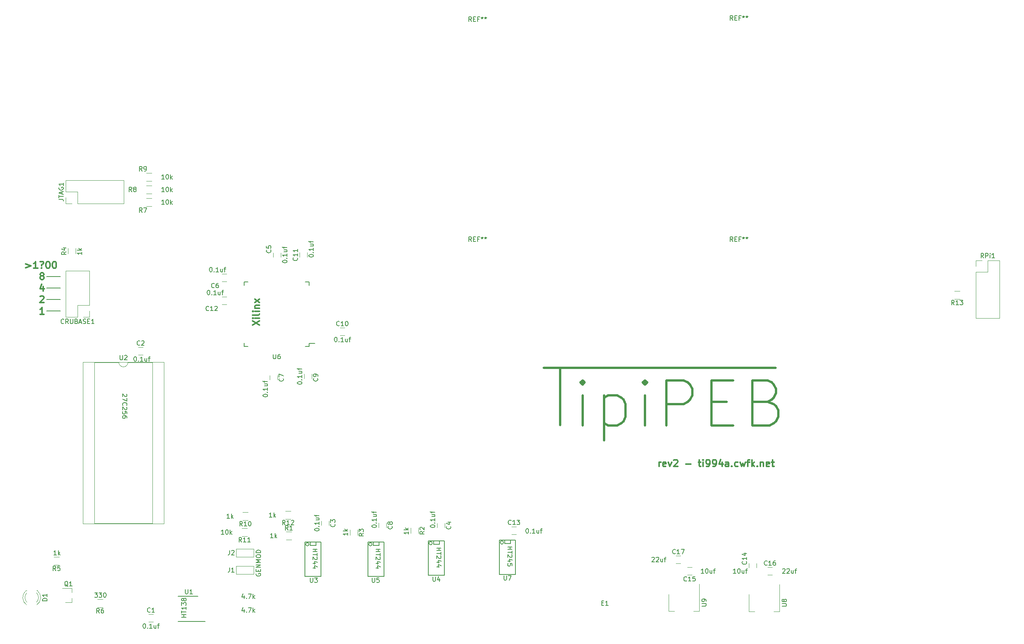
<source format=gbr>
%TF.GenerationSoftware,KiCad,Pcbnew,4.0.7-e2-6376~61~ubuntu18.04.1*%
%TF.CreationDate,2018-07-10T18:24:55-07:00*%
%TF.ProjectId,tipi-peb,746970692D7065622E6B696361645F70,rev?*%
%TF.FileFunction,Legend,Top*%
%FSLAX46Y46*%
G04 Gerber Fmt 4.6, Leading zero omitted, Abs format (unit mm)*
G04 Created by KiCad (PCBNEW 4.0.7-e2-6376~61~ubuntu18.04.1) date Tue Jul 10 18:24:55 2018*
%MOMM*%
%LPD*%
G01*
G04 APERTURE LIST*
%ADD10C,0.150000*%
%ADD11C,0.300000*%
%ADD12C,0.500000*%
%ADD13C,0.200000*%
%ADD14C,0.120000*%
G04 APERTURE END LIST*
D10*
D11*
X178365144Y-124884571D02*
X178365144Y-123884571D01*
X178365144Y-124170286D02*
X178436572Y-124027429D01*
X178508001Y-123956000D01*
X178650858Y-123884571D01*
X178793715Y-123884571D01*
X179865143Y-124813143D02*
X179722286Y-124884571D01*
X179436572Y-124884571D01*
X179293715Y-124813143D01*
X179222286Y-124670286D01*
X179222286Y-124098857D01*
X179293715Y-123956000D01*
X179436572Y-123884571D01*
X179722286Y-123884571D01*
X179865143Y-123956000D01*
X179936572Y-124098857D01*
X179936572Y-124241714D01*
X179222286Y-124384571D01*
X180436572Y-123884571D02*
X180793715Y-124884571D01*
X181150857Y-123884571D01*
X181650857Y-123527429D02*
X181722286Y-123456000D01*
X181865143Y-123384571D01*
X182222286Y-123384571D01*
X182365143Y-123456000D01*
X182436572Y-123527429D01*
X182508000Y-123670286D01*
X182508000Y-123813143D01*
X182436572Y-124027429D01*
X181579429Y-124884571D01*
X182508000Y-124884571D01*
X184293714Y-124313143D02*
X185436571Y-124313143D01*
X187079428Y-123884571D02*
X187650857Y-123884571D01*
X187293714Y-123384571D02*
X187293714Y-124670286D01*
X187365142Y-124813143D01*
X187508000Y-124884571D01*
X187650857Y-124884571D01*
X188150857Y-124884571D02*
X188150857Y-123884571D01*
X188150857Y-123384571D02*
X188079428Y-123456000D01*
X188150857Y-123527429D01*
X188222285Y-123456000D01*
X188150857Y-123384571D01*
X188150857Y-123527429D01*
X188936571Y-124884571D02*
X189222286Y-124884571D01*
X189365143Y-124813143D01*
X189436571Y-124741714D01*
X189579429Y-124527429D01*
X189650857Y-124241714D01*
X189650857Y-123670286D01*
X189579429Y-123527429D01*
X189508000Y-123456000D01*
X189365143Y-123384571D01*
X189079429Y-123384571D01*
X188936571Y-123456000D01*
X188865143Y-123527429D01*
X188793714Y-123670286D01*
X188793714Y-124027429D01*
X188865143Y-124170286D01*
X188936571Y-124241714D01*
X189079429Y-124313143D01*
X189365143Y-124313143D01*
X189508000Y-124241714D01*
X189579429Y-124170286D01*
X189650857Y-124027429D01*
X190365142Y-124884571D02*
X190650857Y-124884571D01*
X190793714Y-124813143D01*
X190865142Y-124741714D01*
X191008000Y-124527429D01*
X191079428Y-124241714D01*
X191079428Y-123670286D01*
X191008000Y-123527429D01*
X190936571Y-123456000D01*
X190793714Y-123384571D01*
X190508000Y-123384571D01*
X190365142Y-123456000D01*
X190293714Y-123527429D01*
X190222285Y-123670286D01*
X190222285Y-124027429D01*
X190293714Y-124170286D01*
X190365142Y-124241714D01*
X190508000Y-124313143D01*
X190793714Y-124313143D01*
X190936571Y-124241714D01*
X191008000Y-124170286D01*
X191079428Y-124027429D01*
X192365142Y-123884571D02*
X192365142Y-124884571D01*
X192007999Y-123313143D02*
X191650856Y-124384571D01*
X192579428Y-124384571D01*
X193793713Y-124884571D02*
X193793713Y-124098857D01*
X193722284Y-123956000D01*
X193579427Y-123884571D01*
X193293713Y-123884571D01*
X193150856Y-123956000D01*
X193793713Y-124813143D02*
X193650856Y-124884571D01*
X193293713Y-124884571D01*
X193150856Y-124813143D01*
X193079427Y-124670286D01*
X193079427Y-124527429D01*
X193150856Y-124384571D01*
X193293713Y-124313143D01*
X193650856Y-124313143D01*
X193793713Y-124241714D01*
X194507999Y-124741714D02*
X194579427Y-124813143D01*
X194507999Y-124884571D01*
X194436570Y-124813143D01*
X194507999Y-124741714D01*
X194507999Y-124884571D01*
X195865142Y-124813143D02*
X195722285Y-124884571D01*
X195436571Y-124884571D01*
X195293713Y-124813143D01*
X195222285Y-124741714D01*
X195150856Y-124598857D01*
X195150856Y-124170286D01*
X195222285Y-124027429D01*
X195293713Y-123956000D01*
X195436571Y-123884571D01*
X195722285Y-123884571D01*
X195865142Y-123956000D01*
X196365142Y-123884571D02*
X196650856Y-124884571D01*
X196936570Y-124170286D01*
X197222285Y-124884571D01*
X197507999Y-123884571D01*
X197865142Y-123884571D02*
X198436571Y-123884571D01*
X198079428Y-124884571D02*
X198079428Y-123598857D01*
X198150856Y-123456000D01*
X198293714Y-123384571D01*
X198436571Y-123384571D01*
X198936571Y-124884571D02*
X198936571Y-123384571D01*
X199079428Y-124313143D02*
X199507999Y-124884571D01*
X199507999Y-123884571D02*
X198936571Y-124456000D01*
X200150857Y-124741714D02*
X200222285Y-124813143D01*
X200150857Y-124884571D01*
X200079428Y-124813143D01*
X200150857Y-124741714D01*
X200150857Y-124884571D01*
X200865143Y-123884571D02*
X200865143Y-124884571D01*
X200865143Y-124027429D02*
X200936571Y-123956000D01*
X201079429Y-123884571D01*
X201293714Y-123884571D01*
X201436571Y-123956000D01*
X201508000Y-124098857D01*
X201508000Y-124884571D01*
X202793714Y-124813143D02*
X202650857Y-124884571D01*
X202365143Y-124884571D01*
X202222286Y-124813143D01*
X202150857Y-124670286D01*
X202150857Y-124098857D01*
X202222286Y-123956000D01*
X202365143Y-123884571D01*
X202650857Y-123884571D01*
X202793714Y-123956000D01*
X202865143Y-124098857D01*
X202865143Y-124241714D01*
X202150857Y-124384571D01*
X203293714Y-123884571D02*
X203865143Y-123884571D01*
X203508000Y-123384571D02*
X203508000Y-124670286D01*
X203579428Y-124813143D01*
X203722286Y-124884571D01*
X203865143Y-124884571D01*
D12*
X160000000Y-103000000D02*
X204216000Y-103000000D01*
X152835429Y-103045238D02*
X160092572Y-103045238D01*
X156464000Y-115745238D02*
X156464000Y-103045238D01*
X161451428Y-115775810D02*
X161451428Y-109109143D01*
X161451428Y-105775810D02*
X160975238Y-106252000D01*
X161451428Y-106728190D01*
X161927619Y-106252000D01*
X161451428Y-105775810D01*
X161451428Y-106728190D01*
X166213333Y-109109143D02*
X166213333Y-119109143D01*
X166213333Y-109585333D02*
X167165714Y-109109143D01*
X169070476Y-109109143D01*
X170022857Y-109585333D01*
X170499048Y-110061524D01*
X170975238Y-111013905D01*
X170975238Y-113871048D01*
X170499048Y-114823429D01*
X170022857Y-115299619D01*
X169070476Y-115775810D01*
X167165714Y-115775810D01*
X166213333Y-115299619D01*
X175260952Y-115775810D02*
X175260952Y-109109143D01*
X175260952Y-105775810D02*
X174784762Y-106252000D01*
X175260952Y-106728190D01*
X175737143Y-106252000D01*
X175260952Y-105775810D01*
X175260952Y-106728190D01*
X180022857Y-115775810D02*
X180022857Y-105775810D01*
X183832381Y-105775810D01*
X184784762Y-106252000D01*
X185260953Y-106728190D01*
X185737143Y-107680571D01*
X185737143Y-109109143D01*
X185260953Y-110061524D01*
X184784762Y-110537714D01*
X183832381Y-111013905D01*
X180022857Y-111013905D01*
X190022857Y-110537714D02*
X193356191Y-110537714D01*
X194784762Y-115775810D02*
X190022857Y-115775810D01*
X190022857Y-105775810D01*
X194784762Y-105775810D01*
X202403810Y-110537714D02*
X203832381Y-111013905D01*
X204308572Y-111490095D01*
X204784762Y-112442476D01*
X204784762Y-113871048D01*
X204308572Y-114823429D01*
X203832381Y-115299619D01*
X202880000Y-115775810D01*
X199070476Y-115775810D01*
X199070476Y-105775810D01*
X202403810Y-105775810D01*
X203356191Y-106252000D01*
X203832381Y-106728190D01*
X204308572Y-107680571D01*
X204308572Y-108632952D01*
X203832381Y-109585333D01*
X203356191Y-110061524D01*
X202403810Y-110537714D01*
X199070476Y-110537714D01*
D11*
X41513144Y-82610429D02*
X41370286Y-82539000D01*
X41298858Y-82467571D01*
X41227429Y-82324714D01*
X41227429Y-82253286D01*
X41298858Y-82110429D01*
X41370286Y-82039000D01*
X41513144Y-81967571D01*
X41798858Y-81967571D01*
X41941715Y-82039000D01*
X42013144Y-82110429D01*
X42084572Y-82253286D01*
X42084572Y-82324714D01*
X42013144Y-82467571D01*
X41941715Y-82539000D01*
X41798858Y-82610429D01*
X41513144Y-82610429D01*
X41370286Y-82681857D01*
X41298858Y-82753286D01*
X41227429Y-82896143D01*
X41227429Y-83181857D01*
X41298858Y-83324714D01*
X41370286Y-83396143D01*
X41513144Y-83467571D01*
X41798858Y-83467571D01*
X41941715Y-83396143D01*
X42013144Y-83324714D01*
X42084572Y-83181857D01*
X42084572Y-82896143D01*
X42013144Y-82753286D01*
X41941715Y-82681857D01*
X41798858Y-82610429D01*
X41941715Y-85017571D02*
X41941715Y-86017571D01*
X41584572Y-84446143D02*
X41227429Y-85517571D01*
X42156001Y-85517571D01*
X41227429Y-87210429D02*
X41298858Y-87139000D01*
X41441715Y-87067571D01*
X41798858Y-87067571D01*
X41941715Y-87139000D01*
X42013144Y-87210429D01*
X42084572Y-87353286D01*
X42084572Y-87496143D01*
X42013144Y-87710429D01*
X41156001Y-88567571D01*
X42084572Y-88567571D01*
X42084572Y-91117571D02*
X41227429Y-91117571D01*
X41656001Y-91117571D02*
X41656001Y-89617571D01*
X41513144Y-89831857D01*
X41370286Y-89974714D01*
X41227429Y-90046143D01*
D13*
X45720000Y-90424000D02*
X42672000Y-90424000D01*
X45720000Y-87884000D02*
X42672000Y-87884000D01*
X45720000Y-85344000D02*
X42672000Y-85344000D01*
X45720000Y-82804000D02*
X42672000Y-82804000D01*
D11*
X38044858Y-79942571D02*
X39187715Y-80371143D01*
X38044858Y-80799714D01*
X40687715Y-80942571D02*
X39830572Y-80942571D01*
X40259144Y-80942571D02*
X40259144Y-79442571D01*
X40116287Y-79656857D01*
X39973429Y-79799714D01*
X39830572Y-79871143D01*
X41544858Y-80799714D02*
X41616286Y-80871143D01*
X41544858Y-80942571D01*
X41473429Y-80871143D01*
X41544858Y-80799714D01*
X41544858Y-80942571D01*
X41259143Y-79514000D02*
X41402000Y-79442571D01*
X41759143Y-79442571D01*
X41902000Y-79514000D01*
X41973429Y-79656857D01*
X41973429Y-79799714D01*
X41902000Y-79942571D01*
X41830572Y-80014000D01*
X41687715Y-80085429D01*
X41616286Y-80156857D01*
X41544858Y-80299714D01*
X41544858Y-80371143D01*
X42902000Y-79442571D02*
X43044857Y-79442571D01*
X43187714Y-79514000D01*
X43259143Y-79585429D01*
X43330572Y-79728286D01*
X43402000Y-80014000D01*
X43402000Y-80371143D01*
X43330572Y-80656857D01*
X43259143Y-80799714D01*
X43187714Y-80871143D01*
X43044857Y-80942571D01*
X42902000Y-80942571D01*
X42759143Y-80871143D01*
X42687714Y-80799714D01*
X42616286Y-80656857D01*
X42544857Y-80371143D01*
X42544857Y-80014000D01*
X42616286Y-79728286D01*
X42687714Y-79585429D01*
X42759143Y-79514000D01*
X42902000Y-79442571D01*
X44330571Y-79442571D02*
X44473428Y-79442571D01*
X44616285Y-79514000D01*
X44687714Y-79585429D01*
X44759143Y-79728286D01*
X44830571Y-80014000D01*
X44830571Y-80371143D01*
X44759143Y-80656857D01*
X44687714Y-80799714D01*
X44616285Y-80871143D01*
X44473428Y-80942571D01*
X44330571Y-80942571D01*
X44187714Y-80871143D01*
X44116285Y-80799714D01*
X44044857Y-80656857D01*
X43973428Y-80371143D01*
X43973428Y-80014000D01*
X44044857Y-79728286D01*
X44116285Y-79585429D01*
X44187714Y-79514000D01*
X44330571Y-79442571D01*
D13*
X89162000Y-148613523D02*
X89114381Y-148708761D01*
X89114381Y-148851618D01*
X89162000Y-148994476D01*
X89257238Y-149089714D01*
X89352476Y-149137333D01*
X89542952Y-149184952D01*
X89685810Y-149184952D01*
X89876286Y-149137333D01*
X89971524Y-149089714D01*
X90066762Y-148994476D01*
X90114381Y-148851618D01*
X90114381Y-148756380D01*
X90066762Y-148613523D01*
X90019143Y-148565904D01*
X89685810Y-148565904D01*
X89685810Y-148756380D01*
X89590571Y-148137333D02*
X89590571Y-147803999D01*
X90114381Y-147661142D02*
X90114381Y-148137333D01*
X89114381Y-148137333D01*
X89114381Y-147661142D01*
X90114381Y-147232571D02*
X89114381Y-147232571D01*
X90114381Y-146661142D01*
X89114381Y-146661142D01*
X90114381Y-146184952D02*
X89114381Y-146184952D01*
X89828667Y-145851618D01*
X89114381Y-145518285D01*
X90114381Y-145518285D01*
X89114381Y-144851619D02*
X89114381Y-144661142D01*
X89162000Y-144565904D01*
X89257238Y-144470666D01*
X89447714Y-144423047D01*
X89781048Y-144423047D01*
X89971524Y-144470666D01*
X90066762Y-144565904D01*
X90114381Y-144661142D01*
X90114381Y-144851619D01*
X90066762Y-144946857D01*
X89971524Y-145042095D01*
X89781048Y-145089714D01*
X89447714Y-145089714D01*
X89257238Y-145042095D01*
X89162000Y-144946857D01*
X89114381Y-144851619D01*
X90114381Y-143994476D02*
X89114381Y-143994476D01*
X89114381Y-143756381D01*
X89162000Y-143613523D01*
X89257238Y-143518285D01*
X89352476Y-143470666D01*
X89542952Y-143423047D01*
X89685810Y-143423047D01*
X89876286Y-143470666D01*
X89971524Y-143518285D01*
X90066762Y-143613523D01*
X90114381Y-143756381D01*
X90114381Y-143994476D01*
X81954762Y-139898381D02*
X81383333Y-139898381D01*
X81669047Y-139898381D02*
X81669047Y-138898381D01*
X81573809Y-139041238D01*
X81478571Y-139136476D01*
X81383333Y-139184095D01*
X82573809Y-138898381D02*
X82669048Y-138898381D01*
X82764286Y-138946000D01*
X82811905Y-138993619D01*
X82859524Y-139088857D01*
X82907143Y-139279333D01*
X82907143Y-139517429D01*
X82859524Y-139707905D01*
X82811905Y-139803143D01*
X82764286Y-139850762D01*
X82669048Y-139898381D01*
X82573809Y-139898381D01*
X82478571Y-139850762D01*
X82430952Y-139803143D01*
X82383333Y-139707905D01*
X82335714Y-139517429D01*
X82335714Y-139279333D01*
X82383333Y-139088857D01*
X82430952Y-138993619D01*
X82478571Y-138946000D01*
X82573809Y-138898381D01*
X83335714Y-139898381D02*
X83335714Y-138898381D01*
X83430952Y-139517429D02*
X83716667Y-139898381D01*
X83716667Y-139231714D02*
X83335714Y-139612667D01*
X83192953Y-136342381D02*
X82621524Y-136342381D01*
X82907238Y-136342381D02*
X82907238Y-135342381D01*
X82812000Y-135485238D01*
X82716762Y-135580476D01*
X82621524Y-135628095D01*
X83621524Y-136342381D02*
X83621524Y-135342381D01*
X83716762Y-135961429D02*
X84002477Y-136342381D01*
X84002477Y-135675714D02*
X83621524Y-136056667D01*
X73604381Y-158305238D02*
X72604381Y-158305238D01*
X73080571Y-158305238D02*
X73080571Y-157733809D01*
X73604381Y-157733809D02*
X72604381Y-157733809D01*
X72604381Y-157400476D02*
X72604381Y-156829047D01*
X73604381Y-157114762D02*
X72604381Y-157114762D01*
X73604381Y-155971904D02*
X73604381Y-156543333D01*
X73604381Y-156257619D02*
X72604381Y-156257619D01*
X72747238Y-156352857D01*
X72842476Y-156448095D01*
X72890095Y-156543333D01*
X72604381Y-155638571D02*
X72604381Y-155019523D01*
X72985333Y-155352857D01*
X72985333Y-155209999D01*
X73032952Y-155114761D01*
X73080571Y-155067142D01*
X73175810Y-155019523D01*
X73413905Y-155019523D01*
X73509143Y-155067142D01*
X73556762Y-155114761D01*
X73604381Y-155209999D01*
X73604381Y-155495714D01*
X73556762Y-155590952D01*
X73509143Y-155638571D01*
X73032952Y-154448095D02*
X72985333Y-154543333D01*
X72937714Y-154590952D01*
X72842476Y-154638571D01*
X72794857Y-154638571D01*
X72699619Y-154590952D01*
X72652000Y-154543333D01*
X72604381Y-154448095D01*
X72604381Y-154257618D01*
X72652000Y-154162380D01*
X72699619Y-154114761D01*
X72794857Y-154067142D01*
X72842476Y-154067142D01*
X72937714Y-154114761D01*
X72985333Y-154162380D01*
X73032952Y-154257618D01*
X73032952Y-154448095D01*
X73080571Y-154543333D01*
X73128190Y-154590952D01*
X73223429Y-154638571D01*
X73413905Y-154638571D01*
X73509143Y-154590952D01*
X73556762Y-154543333D01*
X73604381Y-154448095D01*
X73604381Y-154257618D01*
X73556762Y-154162380D01*
X73509143Y-154114761D01*
X73413905Y-154067142D01*
X73223429Y-154067142D01*
X73128190Y-154114761D01*
X73080571Y-154162380D01*
X73032952Y-154257618D01*
X101655619Y-143192762D02*
X102655619Y-143192762D01*
X102179429Y-143192762D02*
X102179429Y-143764191D01*
X101655619Y-143764191D02*
X102655619Y-143764191D01*
X102655619Y-144097524D02*
X102655619Y-144668953D01*
X101655619Y-144383238D02*
X102655619Y-144383238D01*
X102560381Y-144954667D02*
X102608000Y-145002286D01*
X102655619Y-145097524D01*
X102655619Y-145335620D01*
X102608000Y-145430858D01*
X102560381Y-145478477D01*
X102465143Y-145526096D01*
X102369905Y-145526096D01*
X102227048Y-145478477D01*
X101655619Y-144907048D01*
X101655619Y-145526096D01*
X102322286Y-146383239D02*
X101655619Y-146383239D01*
X102703238Y-146145143D02*
X101988952Y-145907048D01*
X101988952Y-146526096D01*
X102322286Y-147335620D02*
X101655619Y-147335620D01*
X102703238Y-147097524D02*
X101988952Y-146859429D01*
X101988952Y-147478477D01*
X115625619Y-143192762D02*
X116625619Y-143192762D01*
X116149429Y-143192762D02*
X116149429Y-143764191D01*
X115625619Y-143764191D02*
X116625619Y-143764191D01*
X116625619Y-144097524D02*
X116625619Y-144668953D01*
X115625619Y-144383238D02*
X116625619Y-144383238D01*
X116530381Y-144954667D02*
X116578000Y-145002286D01*
X116625619Y-145097524D01*
X116625619Y-145335620D01*
X116578000Y-145430858D01*
X116530381Y-145478477D01*
X116435143Y-145526096D01*
X116339905Y-145526096D01*
X116197048Y-145478477D01*
X115625619Y-144907048D01*
X115625619Y-145526096D01*
X116292286Y-146383239D02*
X115625619Y-146383239D01*
X116673238Y-146145143D02*
X115958952Y-145907048D01*
X115958952Y-146526096D01*
X116292286Y-147335620D02*
X115625619Y-147335620D01*
X116673238Y-147097524D02*
X115958952Y-146859429D01*
X115958952Y-147478477D01*
X129087619Y-142938762D02*
X130087619Y-142938762D01*
X129611429Y-142938762D02*
X129611429Y-143510191D01*
X129087619Y-143510191D02*
X130087619Y-143510191D01*
X130087619Y-143843524D02*
X130087619Y-144414953D01*
X129087619Y-144129238D02*
X130087619Y-144129238D01*
X129992381Y-144700667D02*
X130040000Y-144748286D01*
X130087619Y-144843524D01*
X130087619Y-145081620D01*
X130040000Y-145176858D01*
X129992381Y-145224477D01*
X129897143Y-145272096D01*
X129801905Y-145272096D01*
X129659048Y-145224477D01*
X129087619Y-144653048D01*
X129087619Y-145272096D01*
X129754286Y-146129239D02*
X129087619Y-146129239D01*
X130135238Y-145891143D02*
X129420952Y-145653048D01*
X129420952Y-146272096D01*
X129754286Y-147081620D02*
X129087619Y-147081620D01*
X130135238Y-146843524D02*
X129420952Y-146605429D01*
X129420952Y-147224477D01*
X144835619Y-142684762D02*
X145835619Y-142684762D01*
X145359429Y-142684762D02*
X145359429Y-143256191D01*
X144835619Y-143256191D02*
X145835619Y-143256191D01*
X145835619Y-143589524D02*
X145835619Y-144160953D01*
X144835619Y-143875238D02*
X145835619Y-143875238D01*
X145740381Y-144446667D02*
X145788000Y-144494286D01*
X145835619Y-144589524D01*
X145835619Y-144827620D01*
X145788000Y-144922858D01*
X145740381Y-144970477D01*
X145645143Y-145018096D01*
X145549905Y-145018096D01*
X145407048Y-144970477D01*
X144835619Y-144399048D01*
X144835619Y-145018096D01*
X145502286Y-145875239D02*
X144835619Y-145875239D01*
X145883238Y-145637143D02*
X145168952Y-145399048D01*
X145168952Y-146018096D01*
X145835619Y-146875239D02*
X145835619Y-146399048D01*
X145359429Y-146351429D01*
X145407048Y-146399048D01*
X145454667Y-146494286D01*
X145454667Y-146732382D01*
X145407048Y-146827620D01*
X145359429Y-146875239D01*
X145264190Y-146922858D01*
X145026095Y-146922858D01*
X144930857Y-146875239D01*
X144883238Y-146827620D01*
X144835619Y-146732382D01*
X144835619Y-146494286D01*
X144883238Y-146399048D01*
X144930857Y-146351429D01*
X60396381Y-108815524D02*
X60444000Y-108863143D01*
X60491619Y-108958381D01*
X60491619Y-109196477D01*
X60444000Y-109291715D01*
X60396381Y-109339334D01*
X60301143Y-109386953D01*
X60205905Y-109386953D01*
X60063048Y-109339334D01*
X59491619Y-108767905D01*
X59491619Y-109386953D01*
X60491619Y-109720286D02*
X60491619Y-110386953D01*
X59491619Y-109958381D01*
X59586857Y-111339334D02*
X59539238Y-111291715D01*
X59491619Y-111148858D01*
X59491619Y-111053620D01*
X59539238Y-110910762D01*
X59634476Y-110815524D01*
X59729714Y-110767905D01*
X59920190Y-110720286D01*
X60063048Y-110720286D01*
X60253524Y-110767905D01*
X60348762Y-110815524D01*
X60444000Y-110910762D01*
X60491619Y-111053620D01*
X60491619Y-111148858D01*
X60444000Y-111291715D01*
X60396381Y-111339334D01*
X60396381Y-111720286D02*
X60444000Y-111767905D01*
X60491619Y-111863143D01*
X60491619Y-112101239D01*
X60444000Y-112196477D01*
X60396381Y-112244096D01*
X60301143Y-112291715D01*
X60205905Y-112291715D01*
X60063048Y-112244096D01*
X59491619Y-111672667D01*
X59491619Y-112291715D01*
X60491619Y-113196477D02*
X60491619Y-112720286D01*
X60015429Y-112672667D01*
X60063048Y-112720286D01*
X60110667Y-112815524D01*
X60110667Y-113053620D01*
X60063048Y-113148858D01*
X60015429Y-113196477D01*
X59920190Y-113244096D01*
X59682095Y-113244096D01*
X59586857Y-113196477D01*
X59539238Y-113148858D01*
X59491619Y-113053620D01*
X59491619Y-112815524D01*
X59539238Y-112720286D01*
X59586857Y-112672667D01*
X60491619Y-114101239D02*
X60491619Y-113910762D01*
X60444000Y-113815524D01*
X60396381Y-113767905D01*
X60253524Y-113672667D01*
X60063048Y-113625048D01*
X59682095Y-113625048D01*
X59586857Y-113672667D01*
X59539238Y-113720286D01*
X59491619Y-113815524D01*
X59491619Y-114006001D01*
X59539238Y-114101239D01*
X59586857Y-114148858D01*
X59682095Y-114196477D01*
X59920190Y-114196477D01*
X60015429Y-114148858D01*
X60063048Y-114101239D01*
X60110667Y-114006001D01*
X60110667Y-113815524D01*
X60063048Y-113720286D01*
X60015429Y-113672667D01*
X59920190Y-113625048D01*
X62254000Y-100544381D02*
X62349239Y-100544381D01*
X62444477Y-100592000D01*
X62492096Y-100639619D01*
X62539715Y-100734857D01*
X62587334Y-100925333D01*
X62587334Y-101163429D01*
X62539715Y-101353905D01*
X62492096Y-101449143D01*
X62444477Y-101496762D01*
X62349239Y-101544381D01*
X62254000Y-101544381D01*
X62158762Y-101496762D01*
X62111143Y-101449143D01*
X62063524Y-101353905D01*
X62015905Y-101163429D01*
X62015905Y-100925333D01*
X62063524Y-100734857D01*
X62111143Y-100639619D01*
X62158762Y-100592000D01*
X62254000Y-100544381D01*
X63015905Y-101449143D02*
X63063524Y-101496762D01*
X63015905Y-101544381D01*
X62968286Y-101496762D01*
X63015905Y-101449143D01*
X63015905Y-101544381D01*
X64015905Y-101544381D02*
X63444476Y-101544381D01*
X63730190Y-101544381D02*
X63730190Y-100544381D01*
X63634952Y-100687238D01*
X63539714Y-100782476D01*
X63444476Y-100830095D01*
X64873048Y-100877714D02*
X64873048Y-101544381D01*
X64444476Y-100877714D02*
X64444476Y-101401524D01*
X64492095Y-101496762D01*
X64587333Y-101544381D01*
X64730191Y-101544381D01*
X64825429Y-101496762D01*
X64873048Y-101449143D01*
X65206381Y-100877714D02*
X65587333Y-100877714D01*
X65349238Y-101544381D02*
X65349238Y-100687238D01*
X65396857Y-100592000D01*
X65492095Y-100544381D01*
X65587333Y-100544381D01*
X195413429Y-148534381D02*
X194842000Y-148534381D01*
X195127714Y-148534381D02*
X195127714Y-147534381D01*
X195032476Y-147677238D01*
X194937238Y-147772476D01*
X194842000Y-147820095D01*
X196032476Y-147534381D02*
X196127715Y-147534381D01*
X196222953Y-147582000D01*
X196270572Y-147629619D01*
X196318191Y-147724857D01*
X196365810Y-147915333D01*
X196365810Y-148153429D01*
X196318191Y-148343905D01*
X196270572Y-148439143D01*
X196222953Y-148486762D01*
X196127715Y-148534381D01*
X196032476Y-148534381D01*
X195937238Y-148486762D01*
X195889619Y-148439143D01*
X195842000Y-148343905D01*
X195794381Y-148153429D01*
X195794381Y-147915333D01*
X195842000Y-147724857D01*
X195889619Y-147629619D01*
X195937238Y-147582000D01*
X196032476Y-147534381D01*
X197222953Y-147867714D02*
X197222953Y-148534381D01*
X196794381Y-147867714D02*
X196794381Y-148391524D01*
X196842000Y-148486762D01*
X196937238Y-148534381D01*
X197080096Y-148534381D01*
X197175334Y-148486762D01*
X197222953Y-148439143D01*
X197556286Y-147867714D02*
X197937238Y-147867714D01*
X197699143Y-148534381D02*
X197699143Y-147677238D01*
X197746762Y-147582000D01*
X197842000Y-147534381D01*
X197937238Y-147534381D01*
X188301429Y-148534381D02*
X187730000Y-148534381D01*
X188015714Y-148534381D02*
X188015714Y-147534381D01*
X187920476Y-147677238D01*
X187825238Y-147772476D01*
X187730000Y-147820095D01*
X188920476Y-147534381D02*
X189015715Y-147534381D01*
X189110953Y-147582000D01*
X189158572Y-147629619D01*
X189206191Y-147724857D01*
X189253810Y-147915333D01*
X189253810Y-148153429D01*
X189206191Y-148343905D01*
X189158572Y-148439143D01*
X189110953Y-148486762D01*
X189015715Y-148534381D01*
X188920476Y-148534381D01*
X188825238Y-148486762D01*
X188777619Y-148439143D01*
X188730000Y-148343905D01*
X188682381Y-148153429D01*
X188682381Y-147915333D01*
X188730000Y-147724857D01*
X188777619Y-147629619D01*
X188825238Y-147582000D01*
X188920476Y-147534381D01*
X190110953Y-147867714D02*
X190110953Y-148534381D01*
X189682381Y-147867714D02*
X189682381Y-148391524D01*
X189730000Y-148486762D01*
X189825238Y-148534381D01*
X189968096Y-148534381D01*
X190063334Y-148486762D01*
X190110953Y-148439143D01*
X190444286Y-147867714D02*
X190825238Y-147867714D01*
X190587143Y-148534381D02*
X190587143Y-147677238D01*
X190634762Y-147582000D01*
X190730000Y-147534381D01*
X190825238Y-147534381D01*
X205764000Y-147629619D02*
X205811619Y-147582000D01*
X205906857Y-147534381D01*
X206144953Y-147534381D01*
X206240191Y-147582000D01*
X206287810Y-147629619D01*
X206335429Y-147724857D01*
X206335429Y-147820095D01*
X206287810Y-147962952D01*
X205716381Y-148534381D01*
X206335429Y-148534381D01*
X206716381Y-147629619D02*
X206764000Y-147582000D01*
X206859238Y-147534381D01*
X207097334Y-147534381D01*
X207192572Y-147582000D01*
X207240191Y-147629619D01*
X207287810Y-147724857D01*
X207287810Y-147820095D01*
X207240191Y-147962952D01*
X206668762Y-148534381D01*
X207287810Y-148534381D01*
X208144953Y-147867714D02*
X208144953Y-148534381D01*
X207716381Y-147867714D02*
X207716381Y-148391524D01*
X207764000Y-148486762D01*
X207859238Y-148534381D01*
X208002096Y-148534381D01*
X208097334Y-148486762D01*
X208144953Y-148439143D01*
X208478286Y-147867714D02*
X208859238Y-147867714D01*
X208621143Y-148534381D02*
X208621143Y-147677238D01*
X208668762Y-147582000D01*
X208764000Y-147534381D01*
X208859238Y-147534381D01*
X176808000Y-145089619D02*
X176855619Y-145042000D01*
X176950857Y-144994381D01*
X177188953Y-144994381D01*
X177284191Y-145042000D01*
X177331810Y-145089619D01*
X177379429Y-145184857D01*
X177379429Y-145280095D01*
X177331810Y-145422952D01*
X176760381Y-145994381D01*
X177379429Y-145994381D01*
X177760381Y-145089619D02*
X177808000Y-145042000D01*
X177903238Y-144994381D01*
X178141334Y-144994381D01*
X178236572Y-145042000D01*
X178284191Y-145089619D01*
X178331810Y-145184857D01*
X178331810Y-145280095D01*
X178284191Y-145422952D01*
X177712762Y-145994381D01*
X178331810Y-145994381D01*
X179188953Y-145327714D02*
X179188953Y-145994381D01*
X178760381Y-145327714D02*
X178760381Y-145851524D01*
X178808000Y-145946762D01*
X178903238Y-145994381D01*
X179046096Y-145994381D01*
X179141334Y-145946762D01*
X179188953Y-145899143D01*
X179522286Y-145327714D02*
X179903238Y-145327714D01*
X179665143Y-145994381D02*
X179665143Y-145137238D01*
X179712762Y-145042000D01*
X179808000Y-144994381D01*
X179903238Y-144994381D01*
X78510000Y-85812381D02*
X78605239Y-85812381D01*
X78700477Y-85860000D01*
X78748096Y-85907619D01*
X78795715Y-86002857D01*
X78843334Y-86193333D01*
X78843334Y-86431429D01*
X78795715Y-86621905D01*
X78748096Y-86717143D01*
X78700477Y-86764762D01*
X78605239Y-86812381D01*
X78510000Y-86812381D01*
X78414762Y-86764762D01*
X78367143Y-86717143D01*
X78319524Y-86621905D01*
X78271905Y-86431429D01*
X78271905Y-86193333D01*
X78319524Y-86002857D01*
X78367143Y-85907619D01*
X78414762Y-85860000D01*
X78510000Y-85812381D01*
X79271905Y-86717143D02*
X79319524Y-86764762D01*
X79271905Y-86812381D01*
X79224286Y-86764762D01*
X79271905Y-86717143D01*
X79271905Y-86812381D01*
X80271905Y-86812381D02*
X79700476Y-86812381D01*
X79986190Y-86812381D02*
X79986190Y-85812381D01*
X79890952Y-85955238D01*
X79795714Y-86050476D01*
X79700476Y-86098095D01*
X81129048Y-86145714D02*
X81129048Y-86812381D01*
X80700476Y-86145714D02*
X80700476Y-86669524D01*
X80748095Y-86764762D01*
X80843333Y-86812381D01*
X80986191Y-86812381D01*
X81081429Y-86764762D01*
X81129048Y-86717143D01*
X81462381Y-86145714D02*
X81843333Y-86145714D01*
X81605238Y-86812381D02*
X81605238Y-85955238D01*
X81652857Y-85860000D01*
X81748095Y-85812381D01*
X81843333Y-85812381D01*
X79018000Y-80732381D02*
X79113239Y-80732381D01*
X79208477Y-80780000D01*
X79256096Y-80827619D01*
X79303715Y-80922857D01*
X79351334Y-81113333D01*
X79351334Y-81351429D01*
X79303715Y-81541905D01*
X79256096Y-81637143D01*
X79208477Y-81684762D01*
X79113239Y-81732381D01*
X79018000Y-81732381D01*
X78922762Y-81684762D01*
X78875143Y-81637143D01*
X78827524Y-81541905D01*
X78779905Y-81351429D01*
X78779905Y-81113333D01*
X78827524Y-80922857D01*
X78875143Y-80827619D01*
X78922762Y-80780000D01*
X79018000Y-80732381D01*
X79779905Y-81637143D02*
X79827524Y-81684762D01*
X79779905Y-81732381D01*
X79732286Y-81684762D01*
X79779905Y-81637143D01*
X79779905Y-81732381D01*
X80779905Y-81732381D02*
X80208476Y-81732381D01*
X80494190Y-81732381D02*
X80494190Y-80732381D01*
X80398952Y-80875238D01*
X80303714Y-80970476D01*
X80208476Y-81018095D01*
X81637048Y-81065714D02*
X81637048Y-81732381D01*
X81208476Y-81065714D02*
X81208476Y-81589524D01*
X81256095Y-81684762D01*
X81351333Y-81732381D01*
X81494191Y-81732381D01*
X81589429Y-81684762D01*
X81637048Y-81637143D01*
X81970381Y-81065714D02*
X82351333Y-81065714D01*
X82113238Y-81732381D02*
X82113238Y-80875238D01*
X82160857Y-80780000D01*
X82256095Y-80732381D01*
X82351333Y-80732381D01*
X94956381Y-79478000D02*
X94956381Y-79382761D01*
X95004000Y-79287523D01*
X95051619Y-79239904D01*
X95146857Y-79192285D01*
X95337333Y-79144666D01*
X95575429Y-79144666D01*
X95765905Y-79192285D01*
X95861143Y-79239904D01*
X95908762Y-79287523D01*
X95956381Y-79382761D01*
X95956381Y-79478000D01*
X95908762Y-79573238D01*
X95861143Y-79620857D01*
X95765905Y-79668476D01*
X95575429Y-79716095D01*
X95337333Y-79716095D01*
X95146857Y-79668476D01*
X95051619Y-79620857D01*
X95004000Y-79573238D01*
X94956381Y-79478000D01*
X95861143Y-78716095D02*
X95908762Y-78668476D01*
X95956381Y-78716095D01*
X95908762Y-78763714D01*
X95861143Y-78716095D01*
X95956381Y-78716095D01*
X95956381Y-77716095D02*
X95956381Y-78287524D01*
X95956381Y-78001810D02*
X94956381Y-78001810D01*
X95099238Y-78097048D01*
X95194476Y-78192286D01*
X95242095Y-78287524D01*
X95289714Y-76858952D02*
X95956381Y-76858952D01*
X95289714Y-77287524D02*
X95813524Y-77287524D01*
X95908762Y-77239905D01*
X95956381Y-77144667D01*
X95956381Y-77001809D01*
X95908762Y-76906571D01*
X95861143Y-76858952D01*
X95289714Y-76525619D02*
X95289714Y-76144667D01*
X95956381Y-76382762D02*
X95099238Y-76382762D01*
X95004000Y-76335143D01*
X94956381Y-76239905D01*
X94956381Y-76144667D01*
X100798381Y-78208000D02*
X100798381Y-78112761D01*
X100846000Y-78017523D01*
X100893619Y-77969904D01*
X100988857Y-77922285D01*
X101179333Y-77874666D01*
X101417429Y-77874666D01*
X101607905Y-77922285D01*
X101703143Y-77969904D01*
X101750762Y-78017523D01*
X101798381Y-78112761D01*
X101798381Y-78208000D01*
X101750762Y-78303238D01*
X101703143Y-78350857D01*
X101607905Y-78398476D01*
X101417429Y-78446095D01*
X101179333Y-78446095D01*
X100988857Y-78398476D01*
X100893619Y-78350857D01*
X100846000Y-78303238D01*
X100798381Y-78208000D01*
X101703143Y-77446095D02*
X101750762Y-77398476D01*
X101798381Y-77446095D01*
X101750762Y-77493714D01*
X101703143Y-77446095D01*
X101798381Y-77446095D01*
X101798381Y-76446095D02*
X101798381Y-77017524D01*
X101798381Y-76731810D02*
X100798381Y-76731810D01*
X100941238Y-76827048D01*
X101036476Y-76922286D01*
X101084095Y-77017524D01*
X101131714Y-75588952D02*
X101798381Y-75588952D01*
X101131714Y-76017524D02*
X101655524Y-76017524D01*
X101750762Y-75969905D01*
X101798381Y-75874667D01*
X101798381Y-75731809D01*
X101750762Y-75636571D01*
X101703143Y-75588952D01*
X101131714Y-75255619D02*
X101131714Y-74874667D01*
X101798381Y-75112762D02*
X100941238Y-75112762D01*
X100846000Y-75065143D01*
X100798381Y-74969905D01*
X100798381Y-74874667D01*
X106704000Y-96226381D02*
X106799239Y-96226381D01*
X106894477Y-96274000D01*
X106942096Y-96321619D01*
X106989715Y-96416857D01*
X107037334Y-96607333D01*
X107037334Y-96845429D01*
X106989715Y-97035905D01*
X106942096Y-97131143D01*
X106894477Y-97178762D01*
X106799239Y-97226381D01*
X106704000Y-97226381D01*
X106608762Y-97178762D01*
X106561143Y-97131143D01*
X106513524Y-97035905D01*
X106465905Y-96845429D01*
X106465905Y-96607333D01*
X106513524Y-96416857D01*
X106561143Y-96321619D01*
X106608762Y-96274000D01*
X106704000Y-96226381D01*
X107465905Y-97131143D02*
X107513524Y-97178762D01*
X107465905Y-97226381D01*
X107418286Y-97178762D01*
X107465905Y-97131143D01*
X107465905Y-97226381D01*
X108465905Y-97226381D02*
X107894476Y-97226381D01*
X108180190Y-97226381D02*
X108180190Y-96226381D01*
X108084952Y-96369238D01*
X107989714Y-96464476D01*
X107894476Y-96512095D01*
X109323048Y-96559714D02*
X109323048Y-97226381D01*
X108894476Y-96559714D02*
X108894476Y-97083524D01*
X108942095Y-97178762D01*
X109037333Y-97226381D01*
X109180191Y-97226381D01*
X109275429Y-97178762D01*
X109323048Y-97131143D01*
X109656381Y-96559714D02*
X110037333Y-96559714D01*
X109799238Y-97226381D02*
X109799238Y-96369238D01*
X109846857Y-96274000D01*
X109942095Y-96226381D01*
X110037333Y-96226381D01*
X98258381Y-106402000D02*
X98258381Y-106306761D01*
X98306000Y-106211523D01*
X98353619Y-106163904D01*
X98448857Y-106116285D01*
X98639333Y-106068666D01*
X98877429Y-106068666D01*
X99067905Y-106116285D01*
X99163143Y-106163904D01*
X99210762Y-106211523D01*
X99258381Y-106306761D01*
X99258381Y-106402000D01*
X99210762Y-106497238D01*
X99163143Y-106544857D01*
X99067905Y-106592476D01*
X98877429Y-106640095D01*
X98639333Y-106640095D01*
X98448857Y-106592476D01*
X98353619Y-106544857D01*
X98306000Y-106497238D01*
X98258381Y-106402000D01*
X99163143Y-105640095D02*
X99210762Y-105592476D01*
X99258381Y-105640095D01*
X99210762Y-105687714D01*
X99163143Y-105640095D01*
X99258381Y-105640095D01*
X99258381Y-104640095D02*
X99258381Y-105211524D01*
X99258381Y-104925810D02*
X98258381Y-104925810D01*
X98401238Y-105021048D01*
X98496476Y-105116286D01*
X98544095Y-105211524D01*
X98591714Y-103782952D02*
X99258381Y-103782952D01*
X98591714Y-104211524D02*
X99115524Y-104211524D01*
X99210762Y-104163905D01*
X99258381Y-104068667D01*
X99258381Y-103925809D01*
X99210762Y-103830571D01*
X99163143Y-103782952D01*
X98591714Y-103449619D02*
X98591714Y-103068667D01*
X99258381Y-103306762D02*
X98401238Y-103306762D01*
X98306000Y-103259143D01*
X98258381Y-103163905D01*
X98258381Y-103068667D01*
X90638381Y-109196000D02*
X90638381Y-109100761D01*
X90686000Y-109005523D01*
X90733619Y-108957904D01*
X90828857Y-108910285D01*
X91019333Y-108862666D01*
X91257429Y-108862666D01*
X91447905Y-108910285D01*
X91543143Y-108957904D01*
X91590762Y-109005523D01*
X91638381Y-109100761D01*
X91638381Y-109196000D01*
X91590762Y-109291238D01*
X91543143Y-109338857D01*
X91447905Y-109386476D01*
X91257429Y-109434095D01*
X91019333Y-109434095D01*
X90828857Y-109386476D01*
X90733619Y-109338857D01*
X90686000Y-109291238D01*
X90638381Y-109196000D01*
X91543143Y-108434095D02*
X91590762Y-108386476D01*
X91638381Y-108434095D01*
X91590762Y-108481714D01*
X91543143Y-108434095D01*
X91638381Y-108434095D01*
X91638381Y-107434095D02*
X91638381Y-108005524D01*
X91638381Y-107719810D02*
X90638381Y-107719810D01*
X90781238Y-107815048D01*
X90876476Y-107910286D01*
X90924095Y-108005524D01*
X90971714Y-106576952D02*
X91638381Y-106576952D01*
X90971714Y-107005524D02*
X91495524Y-107005524D01*
X91590762Y-106957905D01*
X91638381Y-106862667D01*
X91638381Y-106719809D01*
X91590762Y-106624571D01*
X91543143Y-106576952D01*
X90971714Y-106243619D02*
X90971714Y-105862667D01*
X91638381Y-106100762D02*
X90781238Y-106100762D01*
X90686000Y-106053143D01*
X90638381Y-105957905D01*
X90638381Y-105862667D01*
X64286000Y-159726381D02*
X64381239Y-159726381D01*
X64476477Y-159774000D01*
X64524096Y-159821619D01*
X64571715Y-159916857D01*
X64619334Y-160107333D01*
X64619334Y-160345429D01*
X64571715Y-160535905D01*
X64524096Y-160631143D01*
X64476477Y-160678762D01*
X64381239Y-160726381D01*
X64286000Y-160726381D01*
X64190762Y-160678762D01*
X64143143Y-160631143D01*
X64095524Y-160535905D01*
X64047905Y-160345429D01*
X64047905Y-160107333D01*
X64095524Y-159916857D01*
X64143143Y-159821619D01*
X64190762Y-159774000D01*
X64286000Y-159726381D01*
X65047905Y-160631143D02*
X65095524Y-160678762D01*
X65047905Y-160726381D01*
X65000286Y-160678762D01*
X65047905Y-160631143D01*
X65047905Y-160726381D01*
X66047905Y-160726381D02*
X65476476Y-160726381D01*
X65762190Y-160726381D02*
X65762190Y-159726381D01*
X65666952Y-159869238D01*
X65571714Y-159964476D01*
X65476476Y-160012095D01*
X66905048Y-160059714D02*
X66905048Y-160726381D01*
X66476476Y-160059714D02*
X66476476Y-160583524D01*
X66524095Y-160678762D01*
X66619333Y-160726381D01*
X66762191Y-160726381D01*
X66857429Y-160678762D01*
X66905048Y-160631143D01*
X67238381Y-160059714D02*
X67619333Y-160059714D01*
X67381238Y-160726381D02*
X67381238Y-159869238D01*
X67428857Y-159774000D01*
X67524095Y-159726381D01*
X67619333Y-159726381D01*
X102068381Y-138914000D02*
X102068381Y-138818761D01*
X102116000Y-138723523D01*
X102163619Y-138675904D01*
X102258857Y-138628285D01*
X102449333Y-138580666D01*
X102687429Y-138580666D01*
X102877905Y-138628285D01*
X102973143Y-138675904D01*
X103020762Y-138723523D01*
X103068381Y-138818761D01*
X103068381Y-138914000D01*
X103020762Y-139009238D01*
X102973143Y-139056857D01*
X102877905Y-139104476D01*
X102687429Y-139152095D01*
X102449333Y-139152095D01*
X102258857Y-139104476D01*
X102163619Y-139056857D01*
X102116000Y-139009238D01*
X102068381Y-138914000D01*
X102973143Y-138152095D02*
X103020762Y-138104476D01*
X103068381Y-138152095D01*
X103020762Y-138199714D01*
X102973143Y-138152095D01*
X103068381Y-138152095D01*
X103068381Y-137152095D02*
X103068381Y-137723524D01*
X103068381Y-137437810D02*
X102068381Y-137437810D01*
X102211238Y-137533048D01*
X102306476Y-137628286D01*
X102354095Y-137723524D01*
X102401714Y-136294952D02*
X103068381Y-136294952D01*
X102401714Y-136723524D02*
X102925524Y-136723524D01*
X103020762Y-136675905D01*
X103068381Y-136580667D01*
X103068381Y-136437809D01*
X103020762Y-136342571D01*
X102973143Y-136294952D01*
X102401714Y-135961619D02*
X102401714Y-135580667D01*
X103068381Y-135818762D02*
X102211238Y-135818762D01*
X102116000Y-135771143D01*
X102068381Y-135675905D01*
X102068381Y-135580667D01*
X114768381Y-138152000D02*
X114768381Y-138056761D01*
X114816000Y-137961523D01*
X114863619Y-137913904D01*
X114958857Y-137866285D01*
X115149333Y-137818666D01*
X115387429Y-137818666D01*
X115577905Y-137866285D01*
X115673143Y-137913904D01*
X115720762Y-137961523D01*
X115768381Y-138056761D01*
X115768381Y-138152000D01*
X115720762Y-138247238D01*
X115673143Y-138294857D01*
X115577905Y-138342476D01*
X115387429Y-138390095D01*
X115149333Y-138390095D01*
X114958857Y-138342476D01*
X114863619Y-138294857D01*
X114816000Y-138247238D01*
X114768381Y-138152000D01*
X115673143Y-137390095D02*
X115720762Y-137342476D01*
X115768381Y-137390095D01*
X115720762Y-137437714D01*
X115673143Y-137390095D01*
X115768381Y-137390095D01*
X115768381Y-136390095D02*
X115768381Y-136961524D01*
X115768381Y-136675810D02*
X114768381Y-136675810D01*
X114911238Y-136771048D01*
X115006476Y-136866286D01*
X115054095Y-136961524D01*
X115101714Y-135532952D02*
X115768381Y-135532952D01*
X115101714Y-135961524D02*
X115625524Y-135961524D01*
X115720762Y-135913905D01*
X115768381Y-135818667D01*
X115768381Y-135675809D01*
X115720762Y-135580571D01*
X115673143Y-135532952D01*
X115101714Y-135199619D02*
X115101714Y-134818667D01*
X115768381Y-135056762D02*
X114911238Y-135056762D01*
X114816000Y-135009143D01*
X114768381Y-134913905D01*
X114768381Y-134818667D01*
X127722381Y-138152000D02*
X127722381Y-138056761D01*
X127770000Y-137961523D01*
X127817619Y-137913904D01*
X127912857Y-137866285D01*
X128103333Y-137818666D01*
X128341429Y-137818666D01*
X128531905Y-137866285D01*
X128627143Y-137913904D01*
X128674762Y-137961523D01*
X128722381Y-138056761D01*
X128722381Y-138152000D01*
X128674762Y-138247238D01*
X128627143Y-138294857D01*
X128531905Y-138342476D01*
X128341429Y-138390095D01*
X128103333Y-138390095D01*
X127912857Y-138342476D01*
X127817619Y-138294857D01*
X127770000Y-138247238D01*
X127722381Y-138152000D01*
X128627143Y-137390095D02*
X128674762Y-137342476D01*
X128722381Y-137390095D01*
X128674762Y-137437714D01*
X128627143Y-137390095D01*
X128722381Y-137390095D01*
X128722381Y-136390095D02*
X128722381Y-136961524D01*
X128722381Y-136675810D02*
X127722381Y-136675810D01*
X127865238Y-136771048D01*
X127960476Y-136866286D01*
X128008095Y-136961524D01*
X128055714Y-135532952D02*
X128722381Y-135532952D01*
X128055714Y-135961524D02*
X128579524Y-135961524D01*
X128674762Y-135913905D01*
X128722381Y-135818667D01*
X128722381Y-135675809D01*
X128674762Y-135580571D01*
X128627143Y-135532952D01*
X128055714Y-135199619D02*
X128055714Y-134818667D01*
X128722381Y-135056762D02*
X127865238Y-135056762D01*
X127770000Y-135009143D01*
X127722381Y-134913905D01*
X127722381Y-134818667D01*
X149122000Y-138644381D02*
X149217239Y-138644381D01*
X149312477Y-138692000D01*
X149360096Y-138739619D01*
X149407715Y-138834857D01*
X149455334Y-139025333D01*
X149455334Y-139263429D01*
X149407715Y-139453905D01*
X149360096Y-139549143D01*
X149312477Y-139596762D01*
X149217239Y-139644381D01*
X149122000Y-139644381D01*
X149026762Y-139596762D01*
X148979143Y-139549143D01*
X148931524Y-139453905D01*
X148883905Y-139263429D01*
X148883905Y-139025333D01*
X148931524Y-138834857D01*
X148979143Y-138739619D01*
X149026762Y-138692000D01*
X149122000Y-138644381D01*
X149883905Y-139549143D02*
X149931524Y-139596762D01*
X149883905Y-139644381D01*
X149836286Y-139596762D01*
X149883905Y-139549143D01*
X149883905Y-139644381D01*
X150883905Y-139644381D02*
X150312476Y-139644381D01*
X150598190Y-139644381D02*
X150598190Y-138644381D01*
X150502952Y-138787238D01*
X150407714Y-138882476D01*
X150312476Y-138930095D01*
X151741048Y-138977714D02*
X151741048Y-139644381D01*
X151312476Y-138977714D02*
X151312476Y-139501524D01*
X151360095Y-139596762D01*
X151455333Y-139644381D01*
X151598191Y-139644381D01*
X151693429Y-139596762D01*
X151741048Y-139549143D01*
X152074381Y-138977714D02*
X152455333Y-138977714D01*
X152217238Y-139644381D02*
X152217238Y-138787238D01*
X152264857Y-138692000D01*
X152360095Y-138644381D01*
X152455333Y-138644381D01*
X53324286Y-152868381D02*
X53943334Y-152868381D01*
X53610000Y-153249333D01*
X53752858Y-153249333D01*
X53848096Y-153296952D01*
X53895715Y-153344571D01*
X53943334Y-153439810D01*
X53943334Y-153677905D01*
X53895715Y-153773143D01*
X53848096Y-153820762D01*
X53752858Y-153868381D01*
X53467143Y-153868381D01*
X53371905Y-153820762D01*
X53324286Y-153773143D01*
X54276667Y-152868381D02*
X54895715Y-152868381D01*
X54562381Y-153249333D01*
X54705239Y-153249333D01*
X54800477Y-153296952D01*
X54848096Y-153344571D01*
X54895715Y-153439810D01*
X54895715Y-153677905D01*
X54848096Y-153773143D01*
X54800477Y-153820762D01*
X54705239Y-153868381D01*
X54419524Y-153868381D01*
X54324286Y-153820762D01*
X54276667Y-153773143D01*
X55514762Y-152868381D02*
X55610001Y-152868381D01*
X55705239Y-152916000D01*
X55752858Y-152963619D01*
X55800477Y-153058857D01*
X55848096Y-153249333D01*
X55848096Y-153487429D01*
X55800477Y-153677905D01*
X55752858Y-153773143D01*
X55705239Y-153820762D01*
X55610001Y-153868381D01*
X55514762Y-153868381D01*
X55419524Y-153820762D01*
X55371905Y-153773143D01*
X55324286Y-153677905D01*
X55276667Y-153487429D01*
X55276667Y-153249333D01*
X55324286Y-153058857D01*
X55371905Y-152963619D01*
X55419524Y-152916000D01*
X55514762Y-152868381D01*
X86447429Y-156503714D02*
X86447429Y-157170381D01*
X86209333Y-156122762D02*
X85971238Y-156837048D01*
X86590286Y-156837048D01*
X86971238Y-157075143D02*
X87018857Y-157122762D01*
X86971238Y-157170381D01*
X86923619Y-157122762D01*
X86971238Y-157075143D01*
X86971238Y-157170381D01*
X87352190Y-156170381D02*
X88018857Y-156170381D01*
X87590285Y-157170381D01*
X88399809Y-157170381D02*
X88399809Y-156170381D01*
X88495047Y-156789429D02*
X88780762Y-157170381D01*
X88780762Y-156503714D02*
X88399809Y-156884667D01*
X86447429Y-153455714D02*
X86447429Y-154122381D01*
X86209333Y-153074762D02*
X85971238Y-153789048D01*
X86590286Y-153789048D01*
X86971238Y-154027143D02*
X87018857Y-154074762D01*
X86971238Y-154122381D01*
X86923619Y-154074762D01*
X86971238Y-154027143D01*
X86971238Y-154122381D01*
X87352190Y-153122381D02*
X88018857Y-153122381D01*
X87590285Y-154122381D01*
X88399809Y-154122381D02*
X88399809Y-153122381D01*
X88495047Y-153741429D02*
X88780762Y-154122381D01*
X88780762Y-153455714D02*
X88399809Y-153836667D01*
X122880381Y-139311047D02*
X122880381Y-139882476D01*
X122880381Y-139596762D02*
X121880381Y-139596762D01*
X122023238Y-139692000D01*
X122118476Y-139787238D01*
X122166095Y-139882476D01*
X122880381Y-138882476D02*
X121880381Y-138882476D01*
X122499429Y-138787238D02*
X122880381Y-138501523D01*
X122213714Y-138501523D02*
X122594667Y-138882476D01*
X92844953Y-140660381D02*
X92273524Y-140660381D01*
X92559238Y-140660381D02*
X92559238Y-139660381D01*
X92464000Y-139803238D01*
X92368762Y-139898476D01*
X92273524Y-139946095D01*
X93273524Y-140660381D02*
X93273524Y-139660381D01*
X93368762Y-140279429D02*
X93654477Y-140660381D01*
X93654477Y-139993714D02*
X93273524Y-140374667D01*
X92590953Y-136088381D02*
X92019524Y-136088381D01*
X92305238Y-136088381D02*
X92305238Y-135088381D01*
X92210000Y-135231238D01*
X92114762Y-135326476D01*
X92019524Y-135374095D01*
X93019524Y-136088381D02*
X93019524Y-135088381D01*
X93114762Y-135707429D02*
X93400477Y-136088381D01*
X93400477Y-135421714D02*
X93019524Y-135802667D01*
X44838953Y-144470381D02*
X44267524Y-144470381D01*
X44553238Y-144470381D02*
X44553238Y-143470381D01*
X44458000Y-143613238D01*
X44362762Y-143708476D01*
X44267524Y-143756095D01*
X45267524Y-144470381D02*
X45267524Y-143470381D01*
X45362762Y-144089429D02*
X45648477Y-144470381D01*
X45648477Y-143803714D02*
X45267524Y-144184667D01*
X109418381Y-139565047D02*
X109418381Y-140136476D01*
X109418381Y-139850762D02*
X108418381Y-139850762D01*
X108561238Y-139946000D01*
X108656476Y-140041238D01*
X108704095Y-140136476D01*
X109418381Y-139136476D02*
X108418381Y-139136476D01*
X109037429Y-139041238D02*
X109418381Y-138755523D01*
X108751714Y-138755523D02*
X109132667Y-139136476D01*
X50490381Y-77335047D02*
X50490381Y-77906476D01*
X50490381Y-77620762D02*
X49490381Y-77620762D01*
X49633238Y-77716000D01*
X49728476Y-77811238D01*
X49776095Y-77906476D01*
X50490381Y-76906476D02*
X49490381Y-76906476D01*
X50109429Y-76811238D02*
X50490381Y-76525523D01*
X49823714Y-76525523D02*
X50204667Y-76906476D01*
X68746762Y-63952381D02*
X68175333Y-63952381D01*
X68461047Y-63952381D02*
X68461047Y-62952381D01*
X68365809Y-63095238D01*
X68270571Y-63190476D01*
X68175333Y-63238095D01*
X69365809Y-62952381D02*
X69461048Y-62952381D01*
X69556286Y-63000000D01*
X69603905Y-63047619D01*
X69651524Y-63142857D01*
X69699143Y-63333333D01*
X69699143Y-63571429D01*
X69651524Y-63761905D01*
X69603905Y-63857143D01*
X69556286Y-63904762D01*
X69461048Y-63952381D01*
X69365809Y-63952381D01*
X69270571Y-63904762D01*
X69222952Y-63857143D01*
X69175333Y-63761905D01*
X69127714Y-63571429D01*
X69127714Y-63333333D01*
X69175333Y-63142857D01*
X69222952Y-63047619D01*
X69270571Y-63000000D01*
X69365809Y-62952381D01*
X70127714Y-63952381D02*
X70127714Y-62952381D01*
X70222952Y-63571429D02*
X70508667Y-63952381D01*
X70508667Y-63285714D02*
X70127714Y-63666667D01*
X68746762Y-61158381D02*
X68175333Y-61158381D01*
X68461047Y-61158381D02*
X68461047Y-60158381D01*
X68365809Y-60301238D01*
X68270571Y-60396476D01*
X68175333Y-60444095D01*
X69365809Y-60158381D02*
X69461048Y-60158381D01*
X69556286Y-60206000D01*
X69603905Y-60253619D01*
X69651524Y-60348857D01*
X69699143Y-60539333D01*
X69699143Y-60777429D01*
X69651524Y-60967905D01*
X69603905Y-61063143D01*
X69556286Y-61110762D01*
X69461048Y-61158381D01*
X69365809Y-61158381D01*
X69270571Y-61110762D01*
X69222952Y-61063143D01*
X69175333Y-60967905D01*
X69127714Y-60777429D01*
X69127714Y-60539333D01*
X69175333Y-60348857D01*
X69222952Y-60253619D01*
X69270571Y-60206000D01*
X69365809Y-60158381D01*
X70127714Y-61158381D02*
X70127714Y-60158381D01*
X70222952Y-60777429D02*
X70508667Y-61158381D01*
X70508667Y-60491714D02*
X70127714Y-60872667D01*
X68746762Y-66746381D02*
X68175333Y-66746381D01*
X68461047Y-66746381D02*
X68461047Y-65746381D01*
X68365809Y-65889238D01*
X68270571Y-65984476D01*
X68175333Y-66032095D01*
X69365809Y-65746381D02*
X69461048Y-65746381D01*
X69556286Y-65794000D01*
X69603905Y-65841619D01*
X69651524Y-65936857D01*
X69699143Y-66127333D01*
X69699143Y-66365429D01*
X69651524Y-66555905D01*
X69603905Y-66651143D01*
X69556286Y-66698762D01*
X69461048Y-66746381D01*
X69365809Y-66746381D01*
X69270571Y-66698762D01*
X69222952Y-66651143D01*
X69175333Y-66555905D01*
X69127714Y-66365429D01*
X69127714Y-66127333D01*
X69175333Y-65936857D01*
X69222952Y-65841619D01*
X69270571Y-65794000D01*
X69365809Y-65746381D01*
X70127714Y-66746381D02*
X70127714Y-65746381D01*
X70222952Y-66365429D02*
X70508667Y-66746381D01*
X70508667Y-66079714D02*
X70127714Y-66460667D01*
D11*
X88332571Y-93570857D02*
X89832571Y-92570857D01*
X88332571Y-92570857D02*
X89832571Y-93570857D01*
X89832571Y-91999429D02*
X88832571Y-91999429D01*
X88332571Y-91999429D02*
X88404000Y-92070858D01*
X88475429Y-91999429D01*
X88404000Y-91928001D01*
X88332571Y-91999429D01*
X88475429Y-91999429D01*
X89832571Y-91070857D02*
X89761143Y-91213715D01*
X89618286Y-91285143D01*
X88332571Y-91285143D01*
X89832571Y-90499429D02*
X88832571Y-90499429D01*
X88332571Y-90499429D02*
X88404000Y-90570858D01*
X88475429Y-90499429D01*
X88404000Y-90428001D01*
X88332571Y-90499429D01*
X88475429Y-90499429D01*
X88832571Y-89785143D02*
X89832571Y-89785143D01*
X88975429Y-89785143D02*
X88904000Y-89713715D01*
X88832571Y-89570857D01*
X88832571Y-89356572D01*
X88904000Y-89213715D01*
X89046857Y-89142286D01*
X89832571Y-89142286D01*
X89832571Y-88570857D02*
X88832571Y-87785143D01*
X88832571Y-88570857D02*
X89832571Y-87785143D01*
D14*
X66306000Y-157646000D02*
X65306000Y-157646000D01*
X65306000Y-159346000D02*
X66306000Y-159346000D01*
X64020000Y-98464000D02*
X63020000Y-98464000D01*
X63020000Y-100164000D02*
X64020000Y-100164000D01*
X105244000Y-137934000D02*
X105244000Y-136934000D01*
X103544000Y-136934000D02*
X103544000Y-137934000D01*
X130898000Y-138442000D02*
X130898000Y-137442000D01*
X129198000Y-137442000D02*
X129198000Y-138442000D01*
X92876000Y-77498000D02*
X92876000Y-78498000D01*
X94576000Y-78498000D02*
X94576000Y-77498000D01*
X81562000Y-83908000D02*
X82562000Y-83908000D01*
X82562000Y-82208000D02*
X81562000Y-82208000D01*
X93814000Y-105676000D02*
X93814000Y-104676000D01*
X92114000Y-104676000D02*
X92114000Y-105676000D01*
X117944000Y-138422000D02*
X117944000Y-137422000D01*
X116244000Y-137422000D02*
X116244000Y-138422000D01*
X101434000Y-105382000D02*
X101434000Y-104382000D01*
X99734000Y-104382000D02*
X99734000Y-105382000D01*
X108684000Y-94146000D02*
X107684000Y-94146000D01*
X107684000Y-95846000D02*
X108684000Y-95846000D01*
X98718000Y-77478000D02*
X98718000Y-78478000D01*
X100418000Y-78478000D02*
X100418000Y-77478000D01*
X81542000Y-88988000D02*
X82542000Y-88988000D01*
X82542000Y-87288000D02*
X81542000Y-87288000D01*
X146742643Y-138209519D02*
X145742643Y-138209519D01*
X145742643Y-139909519D02*
X146742643Y-139909519D01*
X198286000Y-146332000D02*
X198286000Y-147332000D01*
X199986000Y-147332000D02*
X199986000Y-146332000D01*
X184646000Y-148932000D02*
X185646000Y-148932000D01*
X185646000Y-147232000D02*
X184646000Y-147232000D01*
X203466000Y-147232000D02*
X202466000Y-147232000D01*
X202466000Y-148932000D02*
X203466000Y-148932000D01*
X183146000Y-144692000D02*
X182146000Y-144692000D01*
X182146000Y-146392000D02*
X183146000Y-146392000D01*
X52130000Y-81474000D02*
X46930000Y-81474000D01*
X52130000Y-89154000D02*
X52130000Y-81474000D01*
X46930000Y-91754000D02*
X46930000Y-81474000D01*
X52130000Y-89154000D02*
X49530000Y-89154000D01*
X49530000Y-89154000D02*
X49530000Y-91754000D01*
X49530000Y-91754000D02*
X46930000Y-91754000D01*
X52130000Y-90424000D02*
X52130000Y-91754000D01*
X52130000Y-91754000D02*
X50800000Y-91754000D01*
X40448608Y-155596335D02*
G75*
G03X40605516Y-152364000I-1078608J1672335D01*
G01*
X38291392Y-155596335D02*
G75*
G02X38134484Y-152364000I1078608J1672335D01*
G01*
X40449837Y-154965130D02*
G75*
G03X40450000Y-152883039I-1079837J1041130D01*
G01*
X38290163Y-154965130D02*
G75*
G02X38290000Y-152883039I1079837J1041130D01*
G01*
X40606000Y-152364000D02*
X40450000Y-152364000D01*
X38290000Y-152364000D02*
X38134000Y-152364000D01*
X59750000Y-66608000D02*
X59750000Y-61408000D01*
X49530000Y-66608000D02*
X59750000Y-66608000D01*
X46930000Y-61408000D02*
X59750000Y-61408000D01*
X49530000Y-66608000D02*
X49530000Y-64008000D01*
X49530000Y-64008000D02*
X46930000Y-64008000D01*
X46930000Y-64008000D02*
X46930000Y-61408000D01*
X48260000Y-66608000D02*
X46930000Y-66608000D01*
X46930000Y-66608000D02*
X46930000Y-65278000D01*
X48274000Y-154996000D02*
X48274000Y-154066000D01*
X48274000Y-151836000D02*
X48274000Y-152766000D01*
X48274000Y-151836000D02*
X46114000Y-151836000D01*
X48274000Y-154996000D02*
X46814000Y-154996000D01*
X96946000Y-141088000D02*
X95746000Y-141088000D01*
X95746000Y-139328000D02*
X96946000Y-139328000D01*
X123326000Y-139712000D02*
X123326000Y-138512000D01*
X125086000Y-138512000D02*
X125086000Y-139712000D01*
X109864000Y-140126000D02*
X109864000Y-138926000D01*
X111624000Y-138926000D02*
X111624000Y-140126000D01*
X49140000Y-76536000D02*
X49140000Y-77736000D01*
X47380000Y-77736000D02*
X47380000Y-76536000D01*
X44278000Y-144916000D02*
X45478000Y-144916000D01*
X45478000Y-146676000D02*
X44278000Y-146676000D01*
X53930000Y-154314000D02*
X55130000Y-154314000D01*
X55130000Y-156074000D02*
X53930000Y-156074000D01*
X65958000Y-67174000D02*
X64758000Y-67174000D01*
X64758000Y-65414000D02*
X65958000Y-65414000D01*
X65958000Y-64380000D02*
X64758000Y-64380000D01*
X64758000Y-62620000D02*
X65958000Y-62620000D01*
X65958000Y-61586000D02*
X64758000Y-61586000D01*
X64758000Y-59826000D02*
X65958000Y-59826000D01*
X248606000Y-92008000D02*
X253806000Y-92008000D01*
X248606000Y-81788000D02*
X248606000Y-92008000D01*
X253806000Y-79188000D02*
X253806000Y-92008000D01*
X248606000Y-81788000D02*
X251206000Y-81788000D01*
X251206000Y-81788000D02*
X251206000Y-79188000D01*
X251206000Y-79188000D02*
X253806000Y-79188000D01*
X248606000Y-80518000D02*
X248606000Y-79188000D01*
X248606000Y-79188000D02*
X249936000Y-79188000D01*
X60690000Y-101794000D02*
G75*
G02X58690000Y-101794000I-1000000J0D01*
G01*
X58690000Y-101794000D02*
X53230000Y-101794000D01*
X53230000Y-101794000D02*
X53230000Y-137474000D01*
X53230000Y-137474000D02*
X66150000Y-137474000D01*
X66150000Y-137474000D02*
X66150000Y-101794000D01*
X66150000Y-101794000D02*
X60690000Y-101794000D01*
X50740000Y-101734000D02*
X50740000Y-137534000D01*
X50740000Y-137534000D02*
X68640000Y-137534000D01*
X68640000Y-137534000D02*
X68640000Y-101734000D01*
X68640000Y-101734000D02*
X50740000Y-101734000D01*
D10*
X103505000Y-149225000D02*
X103505000Y-141605000D01*
X99949000Y-141605000D02*
X99949000Y-149225000D01*
X103505000Y-149225000D02*
X99949000Y-149225000D01*
X99949000Y-141605000D02*
X103505000Y-141605000D01*
X100816210Y-142113000D02*
G75*
G03X100816210Y-142113000I-359210J0D01*
G01*
X102362000Y-141605000D02*
X102362000Y-142367000D01*
X102362000Y-142367000D02*
X101092000Y-142367000D01*
X101092000Y-142367000D02*
X101092000Y-141605000D01*
X130818867Y-148998125D02*
X130818867Y-141378125D01*
X127262867Y-141378125D02*
X127262867Y-148998125D01*
X130818867Y-148998125D02*
X127262867Y-148998125D01*
X127262867Y-141378125D02*
X130818867Y-141378125D01*
X128130077Y-141886125D02*
G75*
G03X128130077Y-141886125I-359210J0D01*
G01*
X129675867Y-141378125D02*
X129675867Y-142140125D01*
X129675867Y-142140125D02*
X128405867Y-142140125D01*
X128405867Y-142140125D02*
X128405867Y-141378125D01*
X117475000Y-149225000D02*
X117475000Y-141605000D01*
X113919000Y-141605000D02*
X113919000Y-149225000D01*
X117475000Y-149225000D02*
X113919000Y-149225000D01*
X113919000Y-141605000D02*
X117475000Y-141605000D01*
X114786210Y-142113000D02*
G75*
G03X114786210Y-142113000I-359210J0D01*
G01*
X116332000Y-141605000D02*
X116332000Y-142367000D01*
X116332000Y-142367000D02*
X115062000Y-142367000D01*
X115062000Y-142367000D02*
X115062000Y-141605000D01*
X100829000Y-98281000D02*
X100829000Y-97556000D01*
X86479000Y-98281000D02*
X86479000Y-97481000D01*
X86479000Y-83931000D02*
X86479000Y-84731000D01*
X100829000Y-83931000D02*
X100829000Y-84731000D01*
X100829000Y-98281000D02*
X100029000Y-98281000D01*
X100829000Y-83931000D02*
X100029000Y-83931000D01*
X86479000Y-83931000D02*
X87279000Y-83931000D01*
X86479000Y-98281000D02*
X87279000Y-98281000D01*
X100829000Y-97556000D02*
X102104000Y-97556000D01*
X146603643Y-148838519D02*
X146603643Y-141218519D01*
X143047643Y-141218519D02*
X143047643Y-148838519D01*
X146603643Y-148838519D02*
X143047643Y-148838519D01*
X143047643Y-141218519D02*
X146603643Y-141218519D01*
X143914853Y-141726519D02*
G75*
G03X143914853Y-141726519I-359210J0D01*
G01*
X145460643Y-141218519D02*
X145460643Y-141980519D01*
X145460643Y-141980519D02*
X144190643Y-141980519D01*
X144190643Y-141980519D02*
X144190643Y-141218519D01*
X76212000Y-153668000D02*
X71812000Y-153668000D01*
X77787000Y-159193000D02*
X71812000Y-159193000D01*
D14*
X95586000Y-134756000D02*
X96786000Y-134756000D01*
X96786000Y-136516000D02*
X95586000Y-136516000D01*
X180486000Y-156952000D02*
X181746000Y-156952000D01*
X187306000Y-156952000D02*
X186046000Y-156952000D01*
X180486000Y-153192000D02*
X180486000Y-156952000D01*
X187306000Y-150942000D02*
X187306000Y-156952000D01*
X198266000Y-157002000D02*
X199526000Y-157002000D01*
X205086000Y-157002000D02*
X203826000Y-157002000D01*
X198266000Y-153242000D02*
X198266000Y-157002000D01*
X205086000Y-150992000D02*
X205086000Y-157002000D01*
X243828000Y-85988000D02*
X245028000Y-85988000D01*
X245028000Y-87748000D02*
X243828000Y-87748000D01*
X84704000Y-148718000D02*
X88524000Y-148718000D01*
X88524000Y-148718000D02*
X88524000Y-146938000D01*
X88524000Y-146938000D02*
X84704000Y-146938000D01*
X84704000Y-148718000D02*
X84704000Y-146938000D01*
X84704000Y-144908000D02*
X88524000Y-144908000D01*
X88524000Y-144908000D02*
X88524000Y-143128000D01*
X88524000Y-143128000D02*
X84704000Y-143128000D01*
X84704000Y-144908000D02*
X84704000Y-143128000D01*
X86094000Y-135010000D02*
X87294000Y-135010000D01*
X87294000Y-136770000D02*
X86094000Y-136770000D01*
X85934000Y-138566000D02*
X87134000Y-138566000D01*
X87134000Y-140326000D02*
X85934000Y-140326000D01*
D10*
X136842667Y-74992381D02*
X136509333Y-74516190D01*
X136271238Y-74992381D02*
X136271238Y-73992381D01*
X136652191Y-73992381D01*
X136747429Y-74040000D01*
X136795048Y-74087619D01*
X136842667Y-74182857D01*
X136842667Y-74325714D01*
X136795048Y-74420952D01*
X136747429Y-74468571D01*
X136652191Y-74516190D01*
X136271238Y-74516190D01*
X137271238Y-74468571D02*
X137604572Y-74468571D01*
X137747429Y-74992381D02*
X137271238Y-74992381D01*
X137271238Y-73992381D01*
X137747429Y-73992381D01*
X138509334Y-74468571D02*
X138176000Y-74468571D01*
X138176000Y-74992381D02*
X138176000Y-73992381D01*
X138652191Y-73992381D01*
X139176000Y-73992381D02*
X139176000Y-74230476D01*
X138937905Y-74135238D02*
X139176000Y-74230476D01*
X139414096Y-74135238D01*
X139033143Y-74420952D02*
X139176000Y-74230476D01*
X139318858Y-74420952D01*
X139937905Y-73992381D02*
X139937905Y-74230476D01*
X139699810Y-74135238D02*
X139937905Y-74230476D01*
X140176001Y-74135238D01*
X139795048Y-74420952D02*
X139937905Y-74230476D01*
X140080763Y-74420952D01*
X194754667Y-74992381D02*
X194421333Y-74516190D01*
X194183238Y-74992381D02*
X194183238Y-73992381D01*
X194564191Y-73992381D01*
X194659429Y-74040000D01*
X194707048Y-74087619D01*
X194754667Y-74182857D01*
X194754667Y-74325714D01*
X194707048Y-74420952D01*
X194659429Y-74468571D01*
X194564191Y-74516190D01*
X194183238Y-74516190D01*
X195183238Y-74468571D02*
X195516572Y-74468571D01*
X195659429Y-74992381D02*
X195183238Y-74992381D01*
X195183238Y-73992381D01*
X195659429Y-73992381D01*
X196421334Y-74468571D02*
X196088000Y-74468571D01*
X196088000Y-74992381D02*
X196088000Y-73992381D01*
X196564191Y-73992381D01*
X197088000Y-73992381D02*
X197088000Y-74230476D01*
X196849905Y-74135238D02*
X197088000Y-74230476D01*
X197326096Y-74135238D01*
X196945143Y-74420952D02*
X197088000Y-74230476D01*
X197230858Y-74420952D01*
X197849905Y-73992381D02*
X197849905Y-74230476D01*
X197611810Y-74135238D02*
X197849905Y-74230476D01*
X198088001Y-74135238D01*
X197707048Y-74420952D02*
X197849905Y-74230476D01*
X197992763Y-74420952D01*
X136842667Y-26224381D02*
X136509333Y-25748190D01*
X136271238Y-26224381D02*
X136271238Y-25224381D01*
X136652191Y-25224381D01*
X136747429Y-25272000D01*
X136795048Y-25319619D01*
X136842667Y-25414857D01*
X136842667Y-25557714D01*
X136795048Y-25652952D01*
X136747429Y-25700571D01*
X136652191Y-25748190D01*
X136271238Y-25748190D01*
X137271238Y-25700571D02*
X137604572Y-25700571D01*
X137747429Y-26224381D02*
X137271238Y-26224381D01*
X137271238Y-25224381D01*
X137747429Y-25224381D01*
X138509334Y-25700571D02*
X138176000Y-25700571D01*
X138176000Y-26224381D02*
X138176000Y-25224381D01*
X138652191Y-25224381D01*
X139176000Y-25224381D02*
X139176000Y-25462476D01*
X138937905Y-25367238D02*
X139176000Y-25462476D01*
X139414096Y-25367238D01*
X139033143Y-25652952D02*
X139176000Y-25462476D01*
X139318858Y-25652952D01*
X139937905Y-25224381D02*
X139937905Y-25462476D01*
X139699810Y-25367238D02*
X139937905Y-25462476D01*
X140176001Y-25367238D01*
X139795048Y-25652952D02*
X139937905Y-25462476D01*
X140080763Y-25652952D01*
X65639334Y-157103143D02*
X65591715Y-157150762D01*
X65448858Y-157198381D01*
X65353620Y-157198381D01*
X65210762Y-157150762D01*
X65115524Y-157055524D01*
X65067905Y-156960286D01*
X65020286Y-156769810D01*
X65020286Y-156626952D01*
X65067905Y-156436476D01*
X65115524Y-156341238D01*
X65210762Y-156246000D01*
X65353620Y-156198381D01*
X65448858Y-156198381D01*
X65591715Y-156246000D01*
X65639334Y-156293619D01*
X66591715Y-157198381D02*
X66020286Y-157198381D01*
X66306000Y-157198381D02*
X66306000Y-156198381D01*
X66210762Y-156341238D01*
X66115524Y-156436476D01*
X66020286Y-156484095D01*
X63353334Y-97921143D02*
X63305715Y-97968762D01*
X63162858Y-98016381D01*
X63067620Y-98016381D01*
X62924762Y-97968762D01*
X62829524Y-97873524D01*
X62781905Y-97778286D01*
X62734286Y-97587810D01*
X62734286Y-97444952D01*
X62781905Y-97254476D01*
X62829524Y-97159238D01*
X62924762Y-97064000D01*
X63067620Y-97016381D01*
X63162858Y-97016381D01*
X63305715Y-97064000D01*
X63353334Y-97111619D01*
X63734286Y-97111619D02*
X63781905Y-97064000D01*
X63877143Y-97016381D01*
X64115239Y-97016381D01*
X64210477Y-97064000D01*
X64258096Y-97111619D01*
X64305715Y-97206857D01*
X64305715Y-97302095D01*
X64258096Y-97444952D01*
X63686667Y-98016381D01*
X64305715Y-98016381D01*
X106501143Y-137600666D02*
X106548762Y-137648285D01*
X106596381Y-137791142D01*
X106596381Y-137886380D01*
X106548762Y-138029238D01*
X106453524Y-138124476D01*
X106358286Y-138172095D01*
X106167810Y-138219714D01*
X106024952Y-138219714D01*
X105834476Y-138172095D01*
X105739238Y-138124476D01*
X105644000Y-138029238D01*
X105596381Y-137886380D01*
X105596381Y-137791142D01*
X105644000Y-137648285D01*
X105691619Y-137600666D01*
X105596381Y-137267333D02*
X105596381Y-136648285D01*
X105977333Y-136981619D01*
X105977333Y-136838761D01*
X106024952Y-136743523D01*
X106072571Y-136695904D01*
X106167810Y-136648285D01*
X106405905Y-136648285D01*
X106501143Y-136695904D01*
X106548762Y-136743523D01*
X106596381Y-136838761D01*
X106596381Y-137124476D01*
X106548762Y-137219714D01*
X106501143Y-137267333D01*
X132155143Y-138108666D02*
X132202762Y-138156285D01*
X132250381Y-138299142D01*
X132250381Y-138394380D01*
X132202762Y-138537238D01*
X132107524Y-138632476D01*
X132012286Y-138680095D01*
X131821810Y-138727714D01*
X131678952Y-138727714D01*
X131488476Y-138680095D01*
X131393238Y-138632476D01*
X131298000Y-138537238D01*
X131250381Y-138394380D01*
X131250381Y-138299142D01*
X131298000Y-138156285D01*
X131345619Y-138108666D01*
X131583714Y-137251523D02*
X132250381Y-137251523D01*
X131202762Y-137489619D02*
X131917048Y-137727714D01*
X131917048Y-137108666D01*
X92305143Y-76874666D02*
X92352762Y-76922285D01*
X92400381Y-77065142D01*
X92400381Y-77160380D01*
X92352762Y-77303238D01*
X92257524Y-77398476D01*
X92162286Y-77446095D01*
X91971810Y-77493714D01*
X91828952Y-77493714D01*
X91638476Y-77446095D01*
X91543238Y-77398476D01*
X91448000Y-77303238D01*
X91400381Y-77160380D01*
X91400381Y-77065142D01*
X91448000Y-76922285D01*
X91495619Y-76874666D01*
X91400381Y-75969904D02*
X91400381Y-76446095D01*
X91876571Y-76493714D01*
X91828952Y-76446095D01*
X91781333Y-76350857D01*
X91781333Y-76112761D01*
X91828952Y-76017523D01*
X91876571Y-75969904D01*
X91971810Y-75922285D01*
X92209905Y-75922285D01*
X92305143Y-75969904D01*
X92352762Y-76017523D01*
X92400381Y-76112761D01*
X92400381Y-76350857D01*
X92352762Y-76446095D01*
X92305143Y-76493714D01*
X79843334Y-85165143D02*
X79795715Y-85212762D01*
X79652858Y-85260381D01*
X79557620Y-85260381D01*
X79414762Y-85212762D01*
X79319524Y-85117524D01*
X79271905Y-85022286D01*
X79224286Y-84831810D01*
X79224286Y-84688952D01*
X79271905Y-84498476D01*
X79319524Y-84403238D01*
X79414762Y-84308000D01*
X79557620Y-84260381D01*
X79652858Y-84260381D01*
X79795715Y-84308000D01*
X79843334Y-84355619D01*
X80700477Y-84260381D02*
X80510000Y-84260381D01*
X80414762Y-84308000D01*
X80367143Y-84355619D01*
X80271905Y-84498476D01*
X80224286Y-84688952D01*
X80224286Y-85069905D01*
X80271905Y-85165143D01*
X80319524Y-85212762D01*
X80414762Y-85260381D01*
X80605239Y-85260381D01*
X80700477Y-85212762D01*
X80748096Y-85165143D01*
X80795715Y-85069905D01*
X80795715Y-84831810D01*
X80748096Y-84736571D01*
X80700477Y-84688952D01*
X80605239Y-84641333D01*
X80414762Y-84641333D01*
X80319524Y-84688952D01*
X80271905Y-84736571D01*
X80224286Y-84831810D01*
X95071143Y-105342666D02*
X95118762Y-105390285D01*
X95166381Y-105533142D01*
X95166381Y-105628380D01*
X95118762Y-105771238D01*
X95023524Y-105866476D01*
X94928286Y-105914095D01*
X94737810Y-105961714D01*
X94594952Y-105961714D01*
X94404476Y-105914095D01*
X94309238Y-105866476D01*
X94214000Y-105771238D01*
X94166381Y-105628380D01*
X94166381Y-105533142D01*
X94214000Y-105390285D01*
X94261619Y-105342666D01*
X94166381Y-105009333D02*
X94166381Y-104342666D01*
X95166381Y-104771238D01*
X119201143Y-138088666D02*
X119248762Y-138136285D01*
X119296381Y-138279142D01*
X119296381Y-138374380D01*
X119248762Y-138517238D01*
X119153524Y-138612476D01*
X119058286Y-138660095D01*
X118867810Y-138707714D01*
X118724952Y-138707714D01*
X118534476Y-138660095D01*
X118439238Y-138612476D01*
X118344000Y-138517238D01*
X118296381Y-138374380D01*
X118296381Y-138279142D01*
X118344000Y-138136285D01*
X118391619Y-138088666D01*
X118724952Y-137517238D02*
X118677333Y-137612476D01*
X118629714Y-137660095D01*
X118534476Y-137707714D01*
X118486857Y-137707714D01*
X118391619Y-137660095D01*
X118344000Y-137612476D01*
X118296381Y-137517238D01*
X118296381Y-137326761D01*
X118344000Y-137231523D01*
X118391619Y-137183904D01*
X118486857Y-137136285D01*
X118534476Y-137136285D01*
X118629714Y-137183904D01*
X118677333Y-137231523D01*
X118724952Y-137326761D01*
X118724952Y-137517238D01*
X118772571Y-137612476D01*
X118820190Y-137660095D01*
X118915429Y-137707714D01*
X119105905Y-137707714D01*
X119201143Y-137660095D01*
X119248762Y-137612476D01*
X119296381Y-137517238D01*
X119296381Y-137326761D01*
X119248762Y-137231523D01*
X119201143Y-137183904D01*
X119105905Y-137136285D01*
X118915429Y-137136285D01*
X118820190Y-137183904D01*
X118772571Y-137231523D01*
X118724952Y-137326761D01*
X102691143Y-105322666D02*
X102738762Y-105370285D01*
X102786381Y-105513142D01*
X102786381Y-105608380D01*
X102738762Y-105751238D01*
X102643524Y-105846476D01*
X102548286Y-105894095D01*
X102357810Y-105941714D01*
X102214952Y-105941714D01*
X102024476Y-105894095D01*
X101929238Y-105846476D01*
X101834000Y-105751238D01*
X101786381Y-105608380D01*
X101786381Y-105513142D01*
X101834000Y-105370285D01*
X101881619Y-105322666D01*
X102786381Y-104846476D02*
X102786381Y-104656000D01*
X102738762Y-104560761D01*
X102691143Y-104513142D01*
X102548286Y-104417904D01*
X102357810Y-104370285D01*
X101976857Y-104370285D01*
X101881619Y-104417904D01*
X101834000Y-104465523D01*
X101786381Y-104560761D01*
X101786381Y-104751238D01*
X101834000Y-104846476D01*
X101881619Y-104894095D01*
X101976857Y-104941714D01*
X102214952Y-104941714D01*
X102310190Y-104894095D01*
X102357810Y-104846476D01*
X102405429Y-104751238D01*
X102405429Y-104560761D01*
X102357810Y-104465523D01*
X102310190Y-104417904D01*
X102214952Y-104370285D01*
X107541143Y-93603143D02*
X107493524Y-93650762D01*
X107350667Y-93698381D01*
X107255429Y-93698381D01*
X107112571Y-93650762D01*
X107017333Y-93555524D01*
X106969714Y-93460286D01*
X106922095Y-93269810D01*
X106922095Y-93126952D01*
X106969714Y-92936476D01*
X107017333Y-92841238D01*
X107112571Y-92746000D01*
X107255429Y-92698381D01*
X107350667Y-92698381D01*
X107493524Y-92746000D01*
X107541143Y-92793619D01*
X108493524Y-93698381D02*
X107922095Y-93698381D01*
X108207809Y-93698381D02*
X108207809Y-92698381D01*
X108112571Y-92841238D01*
X108017333Y-92936476D01*
X107922095Y-92984095D01*
X109112571Y-92698381D02*
X109207810Y-92698381D01*
X109303048Y-92746000D01*
X109350667Y-92793619D01*
X109398286Y-92888857D01*
X109445905Y-93079333D01*
X109445905Y-93317429D01*
X109398286Y-93507905D01*
X109350667Y-93603143D01*
X109303048Y-93650762D01*
X109207810Y-93698381D01*
X109112571Y-93698381D01*
X109017333Y-93650762D01*
X108969714Y-93603143D01*
X108922095Y-93507905D01*
X108874476Y-93317429D01*
X108874476Y-93079333D01*
X108922095Y-92888857D01*
X108969714Y-92793619D01*
X109017333Y-92746000D01*
X109112571Y-92698381D01*
X98175143Y-78620857D02*
X98222762Y-78668476D01*
X98270381Y-78811333D01*
X98270381Y-78906571D01*
X98222762Y-79049429D01*
X98127524Y-79144667D01*
X98032286Y-79192286D01*
X97841810Y-79239905D01*
X97698952Y-79239905D01*
X97508476Y-79192286D01*
X97413238Y-79144667D01*
X97318000Y-79049429D01*
X97270381Y-78906571D01*
X97270381Y-78811333D01*
X97318000Y-78668476D01*
X97365619Y-78620857D01*
X98270381Y-77668476D02*
X98270381Y-78239905D01*
X98270381Y-77954191D02*
X97270381Y-77954191D01*
X97413238Y-78049429D01*
X97508476Y-78144667D01*
X97556095Y-78239905D01*
X98270381Y-76716095D02*
X98270381Y-77287524D01*
X98270381Y-77001810D02*
X97270381Y-77001810D01*
X97413238Y-77097048D01*
X97508476Y-77192286D01*
X97556095Y-77287524D01*
X78605143Y-90245143D02*
X78557524Y-90292762D01*
X78414667Y-90340381D01*
X78319429Y-90340381D01*
X78176571Y-90292762D01*
X78081333Y-90197524D01*
X78033714Y-90102286D01*
X77986095Y-89911810D01*
X77986095Y-89768952D01*
X78033714Y-89578476D01*
X78081333Y-89483238D01*
X78176571Y-89388000D01*
X78319429Y-89340381D01*
X78414667Y-89340381D01*
X78557524Y-89388000D01*
X78605143Y-89435619D01*
X79557524Y-90340381D02*
X78986095Y-90340381D01*
X79271809Y-90340381D02*
X79271809Y-89340381D01*
X79176571Y-89483238D01*
X79081333Y-89578476D01*
X78986095Y-89626095D01*
X79938476Y-89435619D02*
X79986095Y-89388000D01*
X80081333Y-89340381D01*
X80319429Y-89340381D01*
X80414667Y-89388000D01*
X80462286Y-89435619D01*
X80509905Y-89530857D01*
X80509905Y-89626095D01*
X80462286Y-89768952D01*
X79890857Y-90340381D01*
X80509905Y-90340381D01*
X145599786Y-137666662D02*
X145552167Y-137714281D01*
X145409310Y-137761900D01*
X145314072Y-137761900D01*
X145171214Y-137714281D01*
X145075976Y-137619043D01*
X145028357Y-137523805D01*
X144980738Y-137333329D01*
X144980738Y-137190471D01*
X145028357Y-136999995D01*
X145075976Y-136904757D01*
X145171214Y-136809519D01*
X145314072Y-136761900D01*
X145409310Y-136761900D01*
X145552167Y-136809519D01*
X145599786Y-136857138D01*
X146552167Y-137761900D02*
X145980738Y-137761900D01*
X146266452Y-137761900D02*
X146266452Y-136761900D01*
X146171214Y-136904757D01*
X146075976Y-136999995D01*
X145980738Y-137047614D01*
X146885500Y-136761900D02*
X147504548Y-136761900D01*
X147171214Y-137142852D01*
X147314072Y-137142852D01*
X147409310Y-137190471D01*
X147456929Y-137238090D01*
X147504548Y-137333329D01*
X147504548Y-137571424D01*
X147456929Y-137666662D01*
X147409310Y-137714281D01*
X147314072Y-137761900D01*
X147028357Y-137761900D01*
X146933119Y-137714281D01*
X146885500Y-137666662D01*
X197715143Y-145930857D02*
X197762762Y-145978476D01*
X197810381Y-146121333D01*
X197810381Y-146216571D01*
X197762762Y-146359429D01*
X197667524Y-146454667D01*
X197572286Y-146502286D01*
X197381810Y-146549905D01*
X197238952Y-146549905D01*
X197048476Y-146502286D01*
X196953238Y-146454667D01*
X196858000Y-146359429D01*
X196810381Y-146216571D01*
X196810381Y-146121333D01*
X196858000Y-145978476D01*
X196905619Y-145930857D01*
X197810381Y-144978476D02*
X197810381Y-145549905D01*
X197810381Y-145264191D02*
X196810381Y-145264191D01*
X196953238Y-145359429D01*
X197048476Y-145454667D01*
X197096095Y-145549905D01*
X197143714Y-144121333D02*
X197810381Y-144121333D01*
X196762762Y-144359429D02*
X197477048Y-144597524D01*
X197477048Y-143978476D01*
X184503143Y-150189143D02*
X184455524Y-150236762D01*
X184312667Y-150284381D01*
X184217429Y-150284381D01*
X184074571Y-150236762D01*
X183979333Y-150141524D01*
X183931714Y-150046286D01*
X183884095Y-149855810D01*
X183884095Y-149712952D01*
X183931714Y-149522476D01*
X183979333Y-149427238D01*
X184074571Y-149332000D01*
X184217429Y-149284381D01*
X184312667Y-149284381D01*
X184455524Y-149332000D01*
X184503143Y-149379619D01*
X185455524Y-150284381D02*
X184884095Y-150284381D01*
X185169809Y-150284381D02*
X185169809Y-149284381D01*
X185074571Y-149427238D01*
X184979333Y-149522476D01*
X184884095Y-149570095D01*
X186360286Y-149284381D02*
X185884095Y-149284381D01*
X185836476Y-149760571D01*
X185884095Y-149712952D01*
X185979333Y-149665333D01*
X186217429Y-149665333D01*
X186312667Y-149712952D01*
X186360286Y-149760571D01*
X186407905Y-149855810D01*
X186407905Y-150093905D01*
X186360286Y-150189143D01*
X186312667Y-150236762D01*
X186217429Y-150284381D01*
X185979333Y-150284381D01*
X185884095Y-150236762D01*
X185836476Y-150189143D01*
X202323143Y-146689143D02*
X202275524Y-146736762D01*
X202132667Y-146784381D01*
X202037429Y-146784381D01*
X201894571Y-146736762D01*
X201799333Y-146641524D01*
X201751714Y-146546286D01*
X201704095Y-146355810D01*
X201704095Y-146212952D01*
X201751714Y-146022476D01*
X201799333Y-145927238D01*
X201894571Y-145832000D01*
X202037429Y-145784381D01*
X202132667Y-145784381D01*
X202275524Y-145832000D01*
X202323143Y-145879619D01*
X203275524Y-146784381D02*
X202704095Y-146784381D01*
X202989809Y-146784381D02*
X202989809Y-145784381D01*
X202894571Y-145927238D01*
X202799333Y-146022476D01*
X202704095Y-146070095D01*
X204132667Y-145784381D02*
X203942190Y-145784381D01*
X203846952Y-145832000D01*
X203799333Y-145879619D01*
X203704095Y-146022476D01*
X203656476Y-146212952D01*
X203656476Y-146593905D01*
X203704095Y-146689143D01*
X203751714Y-146736762D01*
X203846952Y-146784381D01*
X204037429Y-146784381D01*
X204132667Y-146736762D01*
X204180286Y-146689143D01*
X204227905Y-146593905D01*
X204227905Y-146355810D01*
X204180286Y-146260571D01*
X204132667Y-146212952D01*
X204037429Y-146165333D01*
X203846952Y-146165333D01*
X203751714Y-146212952D01*
X203704095Y-146260571D01*
X203656476Y-146355810D01*
X182003143Y-144149143D02*
X181955524Y-144196762D01*
X181812667Y-144244381D01*
X181717429Y-144244381D01*
X181574571Y-144196762D01*
X181479333Y-144101524D01*
X181431714Y-144006286D01*
X181384095Y-143815810D01*
X181384095Y-143672952D01*
X181431714Y-143482476D01*
X181479333Y-143387238D01*
X181574571Y-143292000D01*
X181717429Y-143244381D01*
X181812667Y-143244381D01*
X181955524Y-143292000D01*
X182003143Y-143339619D01*
X182955524Y-144244381D02*
X182384095Y-144244381D01*
X182669809Y-144244381D02*
X182669809Y-143244381D01*
X182574571Y-143387238D01*
X182479333Y-143482476D01*
X182384095Y-143530095D01*
X183288857Y-143244381D02*
X183955524Y-143244381D01*
X183526952Y-144244381D01*
X46482381Y-93111143D02*
X46434762Y-93158762D01*
X46291905Y-93206381D01*
X46196667Y-93206381D01*
X46053809Y-93158762D01*
X45958571Y-93063524D01*
X45910952Y-92968286D01*
X45863333Y-92777810D01*
X45863333Y-92634952D01*
X45910952Y-92444476D01*
X45958571Y-92349238D01*
X46053809Y-92254000D01*
X46196667Y-92206381D01*
X46291905Y-92206381D01*
X46434762Y-92254000D01*
X46482381Y-92301619D01*
X47482381Y-93206381D02*
X47149047Y-92730190D01*
X46910952Y-93206381D02*
X46910952Y-92206381D01*
X47291905Y-92206381D01*
X47387143Y-92254000D01*
X47434762Y-92301619D01*
X47482381Y-92396857D01*
X47482381Y-92539714D01*
X47434762Y-92634952D01*
X47387143Y-92682571D01*
X47291905Y-92730190D01*
X46910952Y-92730190D01*
X47910952Y-92206381D02*
X47910952Y-93015905D01*
X47958571Y-93111143D01*
X48006190Y-93158762D01*
X48101428Y-93206381D01*
X48291905Y-93206381D01*
X48387143Y-93158762D01*
X48434762Y-93111143D01*
X48482381Y-93015905D01*
X48482381Y-92206381D01*
X49291905Y-92682571D02*
X49434762Y-92730190D01*
X49482381Y-92777810D01*
X49530000Y-92873048D01*
X49530000Y-93015905D01*
X49482381Y-93111143D01*
X49434762Y-93158762D01*
X49339524Y-93206381D01*
X48958571Y-93206381D01*
X48958571Y-92206381D01*
X49291905Y-92206381D01*
X49387143Y-92254000D01*
X49434762Y-92301619D01*
X49482381Y-92396857D01*
X49482381Y-92492095D01*
X49434762Y-92587333D01*
X49387143Y-92634952D01*
X49291905Y-92682571D01*
X48958571Y-92682571D01*
X49910952Y-92920667D02*
X50387143Y-92920667D01*
X49815714Y-93206381D02*
X50149047Y-92206381D01*
X50482381Y-93206381D01*
X50768095Y-93158762D02*
X50910952Y-93206381D01*
X51149048Y-93206381D01*
X51244286Y-93158762D01*
X51291905Y-93111143D01*
X51339524Y-93015905D01*
X51339524Y-92920667D01*
X51291905Y-92825429D01*
X51244286Y-92777810D01*
X51149048Y-92730190D01*
X50958571Y-92682571D01*
X50863333Y-92634952D01*
X50815714Y-92587333D01*
X50768095Y-92492095D01*
X50768095Y-92396857D01*
X50815714Y-92301619D01*
X50863333Y-92254000D01*
X50958571Y-92206381D01*
X51196667Y-92206381D01*
X51339524Y-92254000D01*
X51768095Y-92682571D02*
X52101429Y-92682571D01*
X52244286Y-93206381D02*
X51768095Y-93206381D01*
X51768095Y-92206381D01*
X52244286Y-92206381D01*
X53196667Y-93206381D02*
X52625238Y-93206381D01*
X52910952Y-93206381D02*
X52910952Y-92206381D01*
X52815714Y-92349238D01*
X52720476Y-92444476D01*
X52625238Y-92492095D01*
X42782381Y-154662095D02*
X41782381Y-154662095D01*
X41782381Y-154424000D01*
X41830000Y-154281142D01*
X41925238Y-154185904D01*
X42020476Y-154138285D01*
X42210952Y-154090666D01*
X42353810Y-154090666D01*
X42544286Y-154138285D01*
X42639524Y-154185904D01*
X42734762Y-154281142D01*
X42782381Y-154424000D01*
X42782381Y-154662095D01*
X42782381Y-153138285D02*
X42782381Y-153709714D01*
X42782381Y-153424000D02*
X41782381Y-153424000D01*
X41925238Y-153519238D01*
X42020476Y-153614476D01*
X42068095Y-153709714D01*
X165679524Y-155122571D02*
X166012858Y-155122571D01*
X166155715Y-155646381D02*
X165679524Y-155646381D01*
X165679524Y-154646381D01*
X166155715Y-154646381D01*
X167108096Y-155646381D02*
X166536667Y-155646381D01*
X166822381Y-155646381D02*
X166822381Y-154646381D01*
X166727143Y-154789238D01*
X166631905Y-154884476D01*
X166536667Y-154932095D01*
X45382381Y-65650857D02*
X46096667Y-65650857D01*
X46239524Y-65698477D01*
X46334762Y-65793715D01*
X46382381Y-65936572D01*
X46382381Y-66031810D01*
X45382381Y-65317524D02*
X45382381Y-64746095D01*
X46382381Y-65031810D02*
X45382381Y-65031810D01*
X46096667Y-64460381D02*
X46096667Y-63984190D01*
X46382381Y-64555619D02*
X45382381Y-64222286D01*
X46382381Y-63888952D01*
X45430000Y-63031809D02*
X45382381Y-63127047D01*
X45382381Y-63269904D01*
X45430000Y-63412762D01*
X45525238Y-63508000D01*
X45620476Y-63555619D01*
X45810952Y-63603238D01*
X45953810Y-63603238D01*
X46144286Y-63555619D01*
X46239524Y-63508000D01*
X46334762Y-63412762D01*
X46382381Y-63269904D01*
X46382381Y-63174666D01*
X46334762Y-63031809D01*
X46287143Y-62984190D01*
X45953810Y-62984190D01*
X45953810Y-63174666D01*
X46382381Y-62031809D02*
X46382381Y-62603238D01*
X46382381Y-62317524D02*
X45382381Y-62317524D01*
X45525238Y-62412762D01*
X45620476Y-62508000D01*
X45668095Y-62603238D01*
X47418762Y-151463619D02*
X47323524Y-151416000D01*
X47228286Y-151320762D01*
X47085429Y-151177905D01*
X46990190Y-151130286D01*
X46894952Y-151130286D01*
X46942571Y-151368381D02*
X46847333Y-151320762D01*
X46752095Y-151225524D01*
X46704476Y-151035048D01*
X46704476Y-150701714D01*
X46752095Y-150511238D01*
X46847333Y-150416000D01*
X46942571Y-150368381D01*
X47133048Y-150368381D01*
X47228286Y-150416000D01*
X47323524Y-150511238D01*
X47371143Y-150701714D01*
X47371143Y-151035048D01*
X47323524Y-151225524D01*
X47228286Y-151320762D01*
X47133048Y-151368381D01*
X46942571Y-151368381D01*
X48323524Y-151368381D02*
X47752095Y-151368381D01*
X48037809Y-151368381D02*
X48037809Y-150368381D01*
X47942571Y-150511238D01*
X47847333Y-150606476D01*
X47752095Y-150654095D01*
X96179334Y-138960381D02*
X95846000Y-138484190D01*
X95607905Y-138960381D02*
X95607905Y-137960381D01*
X95988858Y-137960381D01*
X96084096Y-138008000D01*
X96131715Y-138055619D01*
X96179334Y-138150857D01*
X96179334Y-138293714D01*
X96131715Y-138388952D01*
X96084096Y-138436571D01*
X95988858Y-138484190D01*
X95607905Y-138484190D01*
X97131715Y-138960381D02*
X96560286Y-138960381D01*
X96846000Y-138960381D02*
X96846000Y-137960381D01*
X96750762Y-138103238D01*
X96655524Y-138198476D01*
X96560286Y-138246095D01*
X126358381Y-139278666D02*
X125882190Y-139612000D01*
X126358381Y-139850095D02*
X125358381Y-139850095D01*
X125358381Y-139469142D01*
X125406000Y-139373904D01*
X125453619Y-139326285D01*
X125548857Y-139278666D01*
X125691714Y-139278666D01*
X125786952Y-139326285D01*
X125834571Y-139373904D01*
X125882190Y-139469142D01*
X125882190Y-139850095D01*
X125453619Y-138897714D02*
X125406000Y-138850095D01*
X125358381Y-138754857D01*
X125358381Y-138516761D01*
X125406000Y-138421523D01*
X125453619Y-138373904D01*
X125548857Y-138326285D01*
X125644095Y-138326285D01*
X125786952Y-138373904D01*
X126358381Y-138945333D01*
X126358381Y-138326285D01*
X112896381Y-139692666D02*
X112420190Y-140026000D01*
X112896381Y-140264095D02*
X111896381Y-140264095D01*
X111896381Y-139883142D01*
X111944000Y-139787904D01*
X111991619Y-139740285D01*
X112086857Y-139692666D01*
X112229714Y-139692666D01*
X112324952Y-139740285D01*
X112372571Y-139787904D01*
X112420190Y-139883142D01*
X112420190Y-140264095D01*
X111896381Y-139359333D02*
X111896381Y-138740285D01*
X112277333Y-139073619D01*
X112277333Y-138930761D01*
X112324952Y-138835523D01*
X112372571Y-138787904D01*
X112467810Y-138740285D01*
X112705905Y-138740285D01*
X112801143Y-138787904D01*
X112848762Y-138835523D01*
X112896381Y-138930761D01*
X112896381Y-139216476D01*
X112848762Y-139311714D01*
X112801143Y-139359333D01*
X47012381Y-77302666D02*
X46536190Y-77636000D01*
X47012381Y-77874095D02*
X46012381Y-77874095D01*
X46012381Y-77493142D01*
X46060000Y-77397904D01*
X46107619Y-77350285D01*
X46202857Y-77302666D01*
X46345714Y-77302666D01*
X46440952Y-77350285D01*
X46488571Y-77397904D01*
X46536190Y-77493142D01*
X46536190Y-77874095D01*
X46345714Y-76445523D02*
X47012381Y-76445523D01*
X45964762Y-76683619D02*
X46679048Y-76921714D01*
X46679048Y-76302666D01*
X44711334Y-147948381D02*
X44378000Y-147472190D01*
X44139905Y-147948381D02*
X44139905Y-146948381D01*
X44520858Y-146948381D01*
X44616096Y-146996000D01*
X44663715Y-147043619D01*
X44711334Y-147138857D01*
X44711334Y-147281714D01*
X44663715Y-147376952D01*
X44616096Y-147424571D01*
X44520858Y-147472190D01*
X44139905Y-147472190D01*
X45616096Y-146948381D02*
X45139905Y-146948381D01*
X45092286Y-147424571D01*
X45139905Y-147376952D01*
X45235143Y-147329333D01*
X45473239Y-147329333D01*
X45568477Y-147376952D01*
X45616096Y-147424571D01*
X45663715Y-147519810D01*
X45663715Y-147757905D01*
X45616096Y-147853143D01*
X45568477Y-147900762D01*
X45473239Y-147948381D01*
X45235143Y-147948381D01*
X45139905Y-147900762D01*
X45092286Y-147853143D01*
X54363334Y-157346381D02*
X54030000Y-156870190D01*
X53791905Y-157346381D02*
X53791905Y-156346381D01*
X54172858Y-156346381D01*
X54268096Y-156394000D01*
X54315715Y-156441619D01*
X54363334Y-156536857D01*
X54363334Y-156679714D01*
X54315715Y-156774952D01*
X54268096Y-156822571D01*
X54172858Y-156870190D01*
X53791905Y-156870190D01*
X55220477Y-156346381D02*
X55030000Y-156346381D01*
X54934762Y-156394000D01*
X54887143Y-156441619D01*
X54791905Y-156584476D01*
X54744286Y-156774952D01*
X54744286Y-157155905D01*
X54791905Y-157251143D01*
X54839524Y-157298762D01*
X54934762Y-157346381D01*
X55125239Y-157346381D01*
X55220477Y-157298762D01*
X55268096Y-157251143D01*
X55315715Y-157155905D01*
X55315715Y-156917810D01*
X55268096Y-156822571D01*
X55220477Y-156774952D01*
X55125239Y-156727333D01*
X54934762Y-156727333D01*
X54839524Y-156774952D01*
X54791905Y-156822571D01*
X54744286Y-156917810D01*
X63841334Y-68524381D02*
X63508000Y-68048190D01*
X63269905Y-68524381D02*
X63269905Y-67524381D01*
X63650858Y-67524381D01*
X63746096Y-67572000D01*
X63793715Y-67619619D01*
X63841334Y-67714857D01*
X63841334Y-67857714D01*
X63793715Y-67952952D01*
X63746096Y-68000571D01*
X63650858Y-68048190D01*
X63269905Y-68048190D01*
X64174667Y-67524381D02*
X64841334Y-67524381D01*
X64412762Y-68524381D01*
X61555334Y-63952381D02*
X61222000Y-63476190D01*
X60983905Y-63952381D02*
X60983905Y-62952381D01*
X61364858Y-62952381D01*
X61460096Y-63000000D01*
X61507715Y-63047619D01*
X61555334Y-63142857D01*
X61555334Y-63285714D01*
X61507715Y-63380952D01*
X61460096Y-63428571D01*
X61364858Y-63476190D01*
X60983905Y-63476190D01*
X62126762Y-63380952D02*
X62031524Y-63333333D01*
X61983905Y-63285714D01*
X61936286Y-63190476D01*
X61936286Y-63142857D01*
X61983905Y-63047619D01*
X62031524Y-63000000D01*
X62126762Y-62952381D01*
X62317239Y-62952381D01*
X62412477Y-63000000D01*
X62460096Y-63047619D01*
X62507715Y-63142857D01*
X62507715Y-63190476D01*
X62460096Y-63285714D01*
X62412477Y-63333333D01*
X62317239Y-63380952D01*
X62126762Y-63380952D01*
X62031524Y-63428571D01*
X61983905Y-63476190D01*
X61936286Y-63571429D01*
X61936286Y-63761905D01*
X61983905Y-63857143D01*
X62031524Y-63904762D01*
X62126762Y-63952381D01*
X62317239Y-63952381D01*
X62412477Y-63904762D01*
X62460096Y-63857143D01*
X62507715Y-63761905D01*
X62507715Y-63571429D01*
X62460096Y-63476190D01*
X62412477Y-63428571D01*
X62317239Y-63380952D01*
X63841334Y-59380381D02*
X63508000Y-58904190D01*
X63269905Y-59380381D02*
X63269905Y-58380381D01*
X63650858Y-58380381D01*
X63746096Y-58428000D01*
X63793715Y-58475619D01*
X63841334Y-58570857D01*
X63841334Y-58713714D01*
X63793715Y-58808952D01*
X63746096Y-58856571D01*
X63650858Y-58904190D01*
X63269905Y-58904190D01*
X64317524Y-59380381D02*
X64508000Y-59380381D01*
X64603239Y-59332762D01*
X64650858Y-59285143D01*
X64746096Y-59142286D01*
X64793715Y-58951810D01*
X64793715Y-58570857D01*
X64746096Y-58475619D01*
X64698477Y-58428000D01*
X64603239Y-58380381D01*
X64412762Y-58380381D01*
X64317524Y-58428000D01*
X64269905Y-58475619D01*
X64222286Y-58570857D01*
X64222286Y-58808952D01*
X64269905Y-58904190D01*
X64317524Y-58951810D01*
X64412762Y-58999429D01*
X64603239Y-58999429D01*
X64698477Y-58951810D01*
X64746096Y-58904190D01*
X64793715Y-58808952D01*
X250301239Y-78640381D02*
X249967905Y-78164190D01*
X249729810Y-78640381D02*
X249729810Y-77640381D01*
X250110763Y-77640381D01*
X250206001Y-77688000D01*
X250253620Y-77735619D01*
X250301239Y-77830857D01*
X250301239Y-77973714D01*
X250253620Y-78068952D01*
X250206001Y-78116571D01*
X250110763Y-78164190D01*
X249729810Y-78164190D01*
X250729810Y-78640381D02*
X250729810Y-77640381D01*
X251110763Y-77640381D01*
X251206001Y-77688000D01*
X251253620Y-77735619D01*
X251301239Y-77830857D01*
X251301239Y-77973714D01*
X251253620Y-78068952D01*
X251206001Y-78116571D01*
X251110763Y-78164190D01*
X250729810Y-78164190D01*
X251729810Y-78640381D02*
X251729810Y-77973714D01*
X251729810Y-77640381D02*
X251682191Y-77688000D01*
X251729810Y-77735619D01*
X251777429Y-77688000D01*
X251729810Y-77640381D01*
X251729810Y-77735619D01*
X252729810Y-78640381D02*
X252158381Y-78640381D01*
X252444095Y-78640381D02*
X252444095Y-77640381D01*
X252348857Y-77783238D01*
X252253619Y-77878476D01*
X252158381Y-77926095D01*
X58928095Y-100246381D02*
X58928095Y-101055905D01*
X58975714Y-101151143D01*
X59023333Y-101198762D01*
X59118571Y-101246381D01*
X59309048Y-101246381D01*
X59404286Y-101198762D01*
X59451905Y-101151143D01*
X59499524Y-101055905D01*
X59499524Y-100246381D01*
X59928095Y-100341619D02*
X59975714Y-100294000D01*
X60070952Y-100246381D01*
X60309048Y-100246381D01*
X60404286Y-100294000D01*
X60451905Y-100341619D01*
X60499524Y-100436857D01*
X60499524Y-100532095D01*
X60451905Y-100674952D01*
X59880476Y-101246381D01*
X60499524Y-101246381D01*
X101092095Y-149566381D02*
X101092095Y-150375905D01*
X101139714Y-150471143D01*
X101187333Y-150518762D01*
X101282571Y-150566381D01*
X101473048Y-150566381D01*
X101568286Y-150518762D01*
X101615905Y-150471143D01*
X101663524Y-150375905D01*
X101663524Y-149566381D01*
X102044476Y-149566381D02*
X102663524Y-149566381D01*
X102330190Y-149947333D01*
X102473048Y-149947333D01*
X102568286Y-149994952D01*
X102615905Y-150042571D01*
X102663524Y-150137810D01*
X102663524Y-150375905D01*
X102615905Y-150471143D01*
X102568286Y-150518762D01*
X102473048Y-150566381D01*
X102187333Y-150566381D01*
X102092095Y-150518762D01*
X102044476Y-150471143D01*
X128270095Y-149312381D02*
X128270095Y-150121905D01*
X128317714Y-150217143D01*
X128365333Y-150264762D01*
X128460571Y-150312381D01*
X128651048Y-150312381D01*
X128746286Y-150264762D01*
X128793905Y-150217143D01*
X128841524Y-150121905D01*
X128841524Y-149312381D01*
X129746286Y-149645714D02*
X129746286Y-150312381D01*
X129508190Y-149264762D02*
X129270095Y-149979048D01*
X129889143Y-149979048D01*
X114808095Y-149566381D02*
X114808095Y-150375905D01*
X114855714Y-150471143D01*
X114903333Y-150518762D01*
X114998571Y-150566381D01*
X115189048Y-150566381D01*
X115284286Y-150518762D01*
X115331905Y-150471143D01*
X115379524Y-150375905D01*
X115379524Y-149566381D01*
X116331905Y-149566381D02*
X115855714Y-149566381D01*
X115808095Y-150042571D01*
X115855714Y-149994952D01*
X115950952Y-149947333D01*
X116189048Y-149947333D01*
X116284286Y-149994952D01*
X116331905Y-150042571D01*
X116379524Y-150137810D01*
X116379524Y-150375905D01*
X116331905Y-150471143D01*
X116284286Y-150518762D01*
X116189048Y-150566381D01*
X115950952Y-150566381D01*
X115855714Y-150518762D01*
X115808095Y-150471143D01*
X92892095Y-100008381D02*
X92892095Y-100817905D01*
X92939714Y-100913143D01*
X92987333Y-100960762D01*
X93082571Y-101008381D01*
X93273048Y-101008381D01*
X93368286Y-100960762D01*
X93415905Y-100913143D01*
X93463524Y-100817905D01*
X93463524Y-100008381D01*
X94368286Y-100008381D02*
X94177809Y-100008381D01*
X94082571Y-100056000D01*
X94034952Y-100103619D01*
X93939714Y-100246476D01*
X93892095Y-100436952D01*
X93892095Y-100817905D01*
X93939714Y-100913143D01*
X93987333Y-100960762D01*
X94082571Y-101008381D01*
X94273048Y-101008381D01*
X94368286Y-100960762D01*
X94415905Y-100913143D01*
X94463524Y-100817905D01*
X94463524Y-100579810D01*
X94415905Y-100484571D01*
X94368286Y-100436952D01*
X94273048Y-100389333D01*
X94082571Y-100389333D01*
X93987333Y-100436952D01*
X93939714Y-100484571D01*
X93892095Y-100579810D01*
X144018095Y-149058381D02*
X144018095Y-149867905D01*
X144065714Y-149963143D01*
X144113333Y-150010762D01*
X144208571Y-150058381D01*
X144399048Y-150058381D01*
X144494286Y-150010762D01*
X144541905Y-149963143D01*
X144589524Y-149867905D01*
X144589524Y-149058381D01*
X144970476Y-149058381D02*
X145637143Y-149058381D01*
X145208571Y-150058381D01*
X73406095Y-152106381D02*
X73406095Y-152915905D01*
X73453714Y-153011143D01*
X73501333Y-153058762D01*
X73596571Y-153106381D01*
X73787048Y-153106381D01*
X73882286Y-153058762D01*
X73929905Y-153011143D01*
X73977524Y-152915905D01*
X73977524Y-152106381D01*
X74977524Y-153106381D02*
X74406095Y-153106381D01*
X74691809Y-153106381D02*
X74691809Y-152106381D01*
X74596571Y-152249238D01*
X74501333Y-152344476D01*
X74406095Y-152392095D01*
X95543143Y-137788381D02*
X95209809Y-137312190D01*
X94971714Y-137788381D02*
X94971714Y-136788381D01*
X95352667Y-136788381D01*
X95447905Y-136836000D01*
X95495524Y-136883619D01*
X95543143Y-136978857D01*
X95543143Y-137121714D01*
X95495524Y-137216952D01*
X95447905Y-137264571D01*
X95352667Y-137312190D01*
X94971714Y-137312190D01*
X96495524Y-137788381D02*
X95924095Y-137788381D01*
X96209809Y-137788381D02*
X96209809Y-136788381D01*
X96114571Y-136931238D01*
X96019333Y-137026476D01*
X95924095Y-137074095D01*
X96876476Y-136883619D02*
X96924095Y-136836000D01*
X97019333Y-136788381D01*
X97257429Y-136788381D01*
X97352667Y-136836000D01*
X97400286Y-136883619D01*
X97447905Y-136978857D01*
X97447905Y-137074095D01*
X97400286Y-137216952D01*
X96828857Y-137788381D01*
X97447905Y-137788381D01*
X187848381Y-155803905D02*
X188657905Y-155803905D01*
X188753143Y-155756286D01*
X188800762Y-155708667D01*
X188848381Y-155613429D01*
X188848381Y-155422952D01*
X188800762Y-155327714D01*
X188753143Y-155280095D01*
X188657905Y-155232476D01*
X187848381Y-155232476D01*
X188848381Y-154708667D02*
X188848381Y-154518191D01*
X188800762Y-154422952D01*
X188753143Y-154375333D01*
X188610286Y-154280095D01*
X188419810Y-154232476D01*
X188038857Y-154232476D01*
X187943619Y-154280095D01*
X187896000Y-154327714D01*
X187848381Y-154422952D01*
X187848381Y-154613429D01*
X187896000Y-154708667D01*
X187943619Y-154756286D01*
X188038857Y-154803905D01*
X188276952Y-154803905D01*
X188372190Y-154756286D01*
X188419810Y-154708667D01*
X188467429Y-154613429D01*
X188467429Y-154422952D01*
X188419810Y-154327714D01*
X188372190Y-154280095D01*
X188276952Y-154232476D01*
X205628381Y-155853905D02*
X206437905Y-155853905D01*
X206533143Y-155806286D01*
X206580762Y-155758667D01*
X206628381Y-155663429D01*
X206628381Y-155472952D01*
X206580762Y-155377714D01*
X206533143Y-155330095D01*
X206437905Y-155282476D01*
X205628381Y-155282476D01*
X206056952Y-154663429D02*
X206009333Y-154758667D01*
X205961714Y-154806286D01*
X205866476Y-154853905D01*
X205818857Y-154853905D01*
X205723619Y-154806286D01*
X205676000Y-154758667D01*
X205628381Y-154663429D01*
X205628381Y-154472952D01*
X205676000Y-154377714D01*
X205723619Y-154330095D01*
X205818857Y-154282476D01*
X205866476Y-154282476D01*
X205961714Y-154330095D01*
X206009333Y-154377714D01*
X206056952Y-154472952D01*
X206056952Y-154663429D01*
X206104571Y-154758667D01*
X206152190Y-154806286D01*
X206247429Y-154853905D01*
X206437905Y-154853905D01*
X206533143Y-154806286D01*
X206580762Y-154758667D01*
X206628381Y-154663429D01*
X206628381Y-154472952D01*
X206580762Y-154377714D01*
X206533143Y-154330095D01*
X206437905Y-154282476D01*
X206247429Y-154282476D01*
X206152190Y-154330095D01*
X206104571Y-154377714D01*
X206056952Y-154472952D01*
X194754667Y-25970381D02*
X194421333Y-25494190D01*
X194183238Y-25970381D02*
X194183238Y-24970381D01*
X194564191Y-24970381D01*
X194659429Y-25018000D01*
X194707048Y-25065619D01*
X194754667Y-25160857D01*
X194754667Y-25303714D01*
X194707048Y-25398952D01*
X194659429Y-25446571D01*
X194564191Y-25494190D01*
X194183238Y-25494190D01*
X195183238Y-25446571D02*
X195516572Y-25446571D01*
X195659429Y-25970381D02*
X195183238Y-25970381D01*
X195183238Y-24970381D01*
X195659429Y-24970381D01*
X196421334Y-25446571D02*
X196088000Y-25446571D01*
X196088000Y-25970381D02*
X196088000Y-24970381D01*
X196564191Y-24970381D01*
X197088000Y-24970381D02*
X197088000Y-25208476D01*
X196849905Y-25113238D02*
X197088000Y-25208476D01*
X197326096Y-25113238D01*
X196945143Y-25398952D02*
X197088000Y-25208476D01*
X197230858Y-25398952D01*
X197849905Y-24970381D02*
X197849905Y-25208476D01*
X197611810Y-25113238D02*
X197849905Y-25208476D01*
X198088001Y-25113238D01*
X197707048Y-25398952D02*
X197849905Y-25208476D01*
X197992763Y-25398952D01*
X243785143Y-89020381D02*
X243451809Y-88544190D01*
X243213714Y-89020381D02*
X243213714Y-88020381D01*
X243594667Y-88020381D01*
X243689905Y-88068000D01*
X243737524Y-88115619D01*
X243785143Y-88210857D01*
X243785143Y-88353714D01*
X243737524Y-88448952D01*
X243689905Y-88496571D01*
X243594667Y-88544190D01*
X243213714Y-88544190D01*
X244737524Y-89020381D02*
X244166095Y-89020381D01*
X244451809Y-89020381D02*
X244451809Y-88020381D01*
X244356571Y-88163238D01*
X244261333Y-88258476D01*
X244166095Y-88306095D01*
X245070857Y-88020381D02*
X245689905Y-88020381D01*
X245356571Y-88401333D01*
X245499429Y-88401333D01*
X245594667Y-88448952D01*
X245642286Y-88496571D01*
X245689905Y-88591810D01*
X245689905Y-88829905D01*
X245642286Y-88925143D01*
X245594667Y-88972762D01*
X245499429Y-89020381D01*
X245213714Y-89020381D01*
X245118476Y-88972762D01*
X245070857Y-88925143D01*
X83232667Y-147280381D02*
X83232667Y-147994667D01*
X83185047Y-148137524D01*
X83089809Y-148232762D01*
X82946952Y-148280381D01*
X82851714Y-148280381D01*
X84232667Y-148280381D02*
X83661238Y-148280381D01*
X83946952Y-148280381D02*
X83946952Y-147280381D01*
X83851714Y-147423238D01*
X83756476Y-147518476D01*
X83661238Y-147566095D01*
X83232667Y-143470381D02*
X83232667Y-144184667D01*
X83185047Y-144327524D01*
X83089809Y-144422762D01*
X82946952Y-144470381D01*
X82851714Y-144470381D01*
X83661238Y-143565619D02*
X83708857Y-143518000D01*
X83804095Y-143470381D01*
X84042191Y-143470381D01*
X84137429Y-143518000D01*
X84185048Y-143565619D01*
X84232667Y-143660857D01*
X84232667Y-143756095D01*
X84185048Y-143898952D01*
X83613619Y-144470381D01*
X84232667Y-144470381D01*
X86051143Y-138042381D02*
X85717809Y-137566190D01*
X85479714Y-138042381D02*
X85479714Y-137042381D01*
X85860667Y-137042381D01*
X85955905Y-137090000D01*
X86003524Y-137137619D01*
X86051143Y-137232857D01*
X86051143Y-137375714D01*
X86003524Y-137470952D01*
X85955905Y-137518571D01*
X85860667Y-137566190D01*
X85479714Y-137566190D01*
X87003524Y-138042381D02*
X86432095Y-138042381D01*
X86717809Y-138042381D02*
X86717809Y-137042381D01*
X86622571Y-137185238D01*
X86527333Y-137280476D01*
X86432095Y-137328095D01*
X87622571Y-137042381D02*
X87717810Y-137042381D01*
X87813048Y-137090000D01*
X87860667Y-137137619D01*
X87908286Y-137232857D01*
X87955905Y-137423333D01*
X87955905Y-137661429D01*
X87908286Y-137851905D01*
X87860667Y-137947143D01*
X87813048Y-137994762D01*
X87717810Y-138042381D01*
X87622571Y-138042381D01*
X87527333Y-137994762D01*
X87479714Y-137947143D01*
X87432095Y-137851905D01*
X87384476Y-137661429D01*
X87384476Y-137423333D01*
X87432095Y-137232857D01*
X87479714Y-137137619D01*
X87527333Y-137090000D01*
X87622571Y-137042381D01*
X85891143Y-141598381D02*
X85557809Y-141122190D01*
X85319714Y-141598381D02*
X85319714Y-140598381D01*
X85700667Y-140598381D01*
X85795905Y-140646000D01*
X85843524Y-140693619D01*
X85891143Y-140788857D01*
X85891143Y-140931714D01*
X85843524Y-141026952D01*
X85795905Y-141074571D01*
X85700667Y-141122190D01*
X85319714Y-141122190D01*
X86843524Y-141598381D02*
X86272095Y-141598381D01*
X86557809Y-141598381D02*
X86557809Y-140598381D01*
X86462571Y-140741238D01*
X86367333Y-140836476D01*
X86272095Y-140884095D01*
X87795905Y-141598381D02*
X87224476Y-141598381D01*
X87510190Y-141598381D02*
X87510190Y-140598381D01*
X87414952Y-140741238D01*
X87319714Y-140836476D01*
X87224476Y-140884095D01*
M02*

</source>
